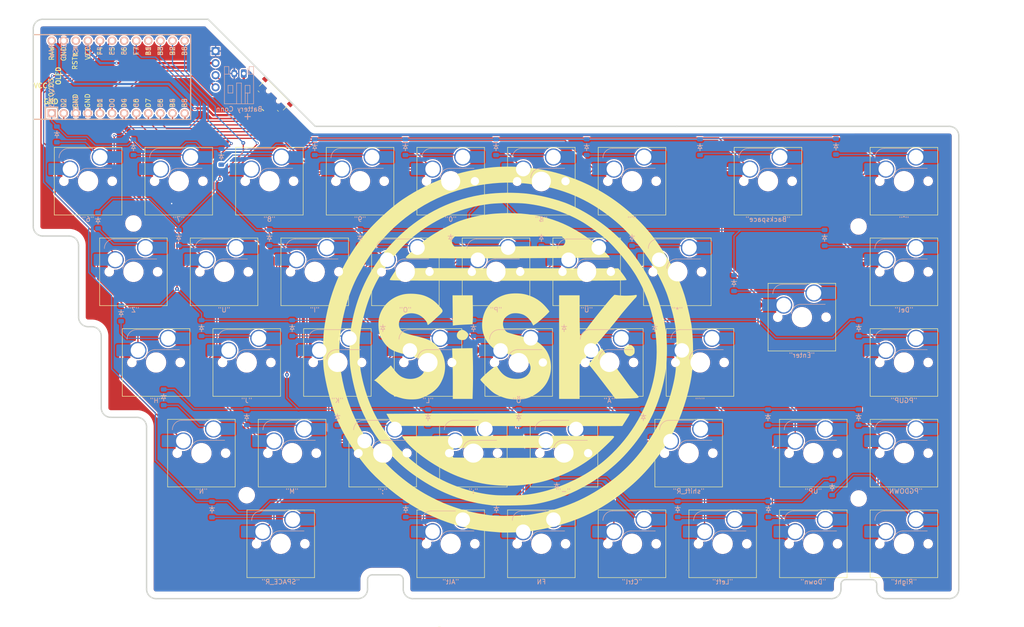
<source format=kicad_pcb>
(kicad_pcb (version 20240108) (generator "pcbnew") (generator_version "8.0")
  (layers (0 "F.Cu" signal) (31 "B.Cu" signal) (34 "B.Paste" user) (35 "F.Paste" user) (36 "B.SilkS" user "B.Silkscreen") (37 "F.SilkS" user "F.Silkscreen") (38 "B.Mask" user) (39 "F.Mask" user) (44 "Edge.Cuts" user))
  (net 0 "")
  (net 1 "Net-(D1-A)")
  (net 2 "/ROW0")
  (net 3 "Net-(D2-A)")
  (net 4 "/ROW1")
  (net 5 "Net-(D3-A)")
  (net 6 "/ROW2")
  (net 7 "Net-(D4-A)")
  (net 8 "/ROW3")
  (net 9 "/ROW4")
  (net 10 "Net-(D5-A)")
  (net 11 "Net-(D6-A)")
  (net 12 "Net-(D7-A)")
  (net 13 "Net-(D9-A)")
  (net 14 "Net-(D10-A)")
  (net 15 "Net-(D11-A)")
  (net 16 "Net-(D12-A)")
  (net 17 "Net-(D13-A)")
  (net 18 "Net-(D15-A)")
  (net 19 "Net-(D16-A)")
  (net 20 "Net-(D17-A)")
  (net 21 "Net-(D18-A)")
  (net 22 "Net-(D19-A)")
  (net 23 "Net-(D21-A)")
  (net 24 "Net-(D22-A)")
  (net 25 "Net-(D23-A)")
  (net 26 "Net-(D24-A)")
  (net 27 "Net-(D25-A)")
  (net 28 "Net-(D26-A)")
  (net 29 "Net-(D27-A)")
  (net 30 "Net-(D28-A)")
  (net 31 "Net-(D29-A)")
  (net 32 "Net-(D30-A)")
  (net 33 "Net-(D31-A)")
  (net 34 "Net-(D32-A)")
  (net 35 "Net-(D33-A)")
  (net 36 "Net-(D34-A)")
  (net 37 "Net-(D35-A)")
  (net 38 "Net-(D36-A)")
  (net 39 "Net-(D37-A)")
  (net 40 "Net-(D38-A)")
  (net 41 "Net-(D39-A)")
  (net 42 "Net-(D41-A)")
  (net 43 "Net-(D42-A)")
  (net 44 "Net-(D43-A)")
  (net 45 "Net-(D44-A)")
  (net 46 "Net-(J1-SCL)")
  (net 47 "Net-(J1-SDA)")
  (net 48 "+3.3V")
  (net 49 "Net-(SW-ONOFF-01-A)")
  (net 51 "/COL0")
  (net 52 "/COL1")
  (net 53 "/COL2")
  (net 54 "/COL3")
  (net 55 "/COL4")
  (net 56 "/COL5")
  (net 57 "/COL6")
  (net 58 "/COL7")
  (net 59 "/COL8")
  (net 61 "Net-(D8-A)")
  (net 62 "GND")
  (net 63 "VCC")
  (footprint "ScottoKeebs_Hotswap:Hotswap_MX_Plated_1.00u" (layer "F.Cu") (at 185.7975 141.215)
    (property "Reference" "SW39" (hide yes))
    (property "Value" "\"Left\"")
  )
  (footprint "ScottoKeebs_Hotswap:Hotswap_MX_Plated_ISOEnter" (layer "F.Cu") (at 202.4475 93.59)
    (property "Reference" "SW17" (hide yes))
    (property "Value" "\"Enter\"")
  )
  (footprint "ScottoKeebs_Components:OLED_128x32" (layer "F.Cu") (at 80.835 47.465 180)
    (property "Reference" "J1" (hide yes))
    (property "Value" "OLED_128x32" (hide yes))
  )
  (footprint "ScottoKeebs_Hotswap:Hotswap_MX_Plated_1.75u" (layer "F.Cu") (at 178.65375 122.165)
    (property "Reference" "SW32" (hide yes))
    (property "Value" "\"shift_R\"")
  )
  (footprint "ScottoKeebs_Hotswap:Hotswap_MX_Plated_1.00u" (layer "F.Cu") (at 223.8975 65.015)
    (property "Reference" "SW9" (hide yes))
    (property "Value" "\"^\"")
  )
  (footprint "ScottoKeebs_Hotswap:Hotswap_MX_Plated_1.00u" (layer "F.Cu") (at 66.735 103.115)
    (property "Reference" "SW19" (hide yes))
    (property "Value" "\"H\"")
  )
  (footprint "ScottoKeebs_Hotswap:Hotswap_MX_Plated_1.00u" (layer "F.Cu") (at 114.36 122.165)
    (property "Reference" "SW29" (hide yes))
    (property "Value" "\";\"")
  )
  (footprint "ScottoKeebs_Hotswap:Hotswap_MX_Plated_1.00u" (layer "F.Cu") (at 223.8975 84.065)
    (property "Reference" "SW18" (hide yes))
    (property "Value" "\"Del\"")
  )
  (footprint "MountingHole:MountingHole_3.2mm_M3_ISO7380" (layer "F.Cu") (at 214.35375 74.54)
    (property "Reference" "REF**" (hide yes))
    (property "Value" "MountingHole_3.2mm_M3_ISO7380")
  )
  (footprint "ScottoKeebs_Hotswap:Hotswap_MX_Plated_2.00u" (layer "F.Cu") (at 195.3225 65.015)
    (property "Reference" "SW8" (hide yes))
    (property "Value" "\"Backspace\"")
  )
  (footprint "ScottoKeebs_Hotswap:Hotswap_MX_Plated_2.75u" (layer "F.Cu") (at 92.92875 141.215)
    (property "Reference" "SW35" (hide yes))
    (property "Value" "\"SPACE_R\"")
  )
  (footprint "ScottoKeebs_MCU:Arduino_Pro_Micro" (layer "F.Cu") (at 58.76 43.115 90)
    (property "Reference" "U1" (hide yes))
    (property "Value" "Nice_Nano_V2" (hide yes))
  )
  (footprint "ScottoKeebs_Hotswap:Hotswap_MX_Plated_1.00u" (layer "F.Cu") (at 147.6975 141.215)
    (property "Reference" "SW37" (hide yes))
    (property "Value" "FN")
  )
  (footprint "ScottoKeebs_Hotswap:Hotswap_MX_Plated_1.00u" (layer "F.Cu") (at 123.885 103.115)
    (property "Reference" "SW22" (hide yes))
    (property "Value" "\"L\"")
  )
  (footprint "ScottoKeebs_Hotswap:Hotswap_MX_Plated_1.00u" (layer "F.Cu") (at 223.8975 103.115)
    (property "Reference" "SW26" (hide yes))
    (property "Value" "\"PGUP\"")
  )
  (footprint "ScottoKeebs_Hotswap:Hotswap_MX_Plated_1.00u" (layer "F.Cu") (at 128.6475 65.015)
    (property "Reference" "SW5" (hide yes))
    (property "Value" "\"0\"")
  )
  (footprint "ScottoKeebs_Hotswap:Hotswap_MX_Plated_1.00u" (layer "F.Cu") (at 100.0725 84.065)
    (property "Reference" "SW12" (hide yes))
    (property "Value" "\"I\"")
  )
  (footprint "ScottoKeebs_Hotswap:Hotswap_MX_Plated_1.00u" (layer "F.Cu") (at 152.46 122.165)
    (property "Reference" "SW31" (hide yes))
    (property "Value" "\"-\"")
  )
  (footprint "ScottoKeebs_Hotswap:Hotswap_MX_Plated_1.00u" (layer "F.Cu") (at 128.6475 141.215)
    (property "Reference" "SW36" (hide yes))
    (property "Value" "\"Alt\"")
  )
  (footprint "ScottoKeebs_Hotswap:Hotswap_MX_Plated_1.00u" (layer "F.Cu") (at 52.4475 65.015)
    (property "Reference" "SW1" (hide yes))
    (property "Value" "\"6\"")
  )
  (footprint "ScottoKeebs_Hotswap:Hotswap_MX_Plated_1.00u" (layer "F.Cu") (at 95.31 122.165)
    (property "Reference" "SW28" (hide yes))
    (property "Value" "\"M\"")
  )
  (footprint "ScottoKeebs_Hotswap:Hotswap_MX_Plated_1.00u" (layer "F.Cu") (at 85.785 103.115)
    (property "Reference" "SW20" (hide yes))
    (property "Value" "\"J\"")
  )
  (footprint "ScottoKeebs_Hotswap:Hotswap_MX_Plated_1.00u" (layer "F.Cu") (at 223.8975 141.215)
    (property "Reference" "SW41" (hide yes))
    (property "Value" "\"Right\"")
  )
  (footprint "MountingHole:MountingHole_3.2mm_M3_ISO7380" (layer "F.Cu") (at 61.9725 73.9)
    (property "Reference" "REF**" (hide yes))
    (property "Value" "MountingHole_3.2mm_M3_ISO7380")
  )
  (footprint "ScottoKeebs_Hotswap:Hotswap_MX_Plated_1.00u" (layer "F.Cu") (at 181.035 103.115)
    (property "Reference" "SW25" (hide yes))
    (property "Value" "\"'\"")
  )
  (footprint "ScottoKeebs_Hotswap:Hotswap_MX_Plated_1.00u" (layer "F.Cu") (at 147.6975 65.015)
    (property "Reference" "SW6" (hide yes))
    (property "Value" "\"ß\"")
  )
  (footprint "ScottoKeebs_Hotswap:Hotswap_MX_Plated_1.00u" (layer "F.Cu") (at 138.1725 84.065)
    (property "Reference" "SW14" (hide yes))
    (property "Value" "\"P\"")
  )
  (footprint "ScottoKeebs_Hotswap:Hotswap_MX_Plated_1.00u" (layer "F.Cu") (at 61.9725 84.065)
    (property "Reference" "SW10" (hide yes))
    (property "Value" "\"Z\"")
  )
  (footprint "ScottoKeebs_Hotswap:Hotswap_MX_Plated_1.00u" (layer "F.Cu") (at 133.41 122.165)
    (property "Reference" "SW30" (hide yes))
    (property "Value" "\":\"")
  )
  (footprint "ScottoKeebs_Hotswap:Hotswap_MX_Plated_1.00u" (layer "F.Cu") (at 161.985 103.115)
    (property "Reference" "SW24" (hide yes))
    (property "Value" "\"Ä\"")
  )
  (footprint "ScottoKeebs_Hotswap:Hotswap_MX_Plated_1.00u" (layer "F.Cu") (at 204.8475 122.165)
    (property "Reference" "SW33" (hide yes))
    (property "Value" "\"UP\"")
  )
  (footprint "MountingHole:MountingHole_3.2mm_M3_ISO7380" (layer "F.Cu") (at 85.785 131)
    (property "Reference" "REF**" (hide yes))
    (property "Value" "MountingHole_3.2mm_M3_ISO7380")
  )
  (footprint "MountingHole:MountingHole_3.2mm_M3_ISO7380" (layer "F.Cu") (at 214.3725 131.69)
    (property "Reference" "REF**" (hide yes))
    (property "Value" "MountingHole_3.2mm_M3_ISO7380")
  )
  (footprint "ScottoKeebs_Hotswap:Hotswap_MX_Plated_1.00u" (layer "F.Cu") (at 109.5975 65.015)
    (property "Reference" "SW4" (hide yes))
    (property "Value" "\"9\"")
  )
  (footprint "ScottoKeebs_Hotswap:Hotswap_MX_Plated_1.00u" (layer "F.Cu") (at 81.0225 84.065)
    (property "Reference" "SW11" (hide yes))
    (property "Value" "\"U\"")
  )
  (footprint "ScottoKeebs_Hotswap:Hotswap_MX_Plated_1.00u" (layer "F.Cu") (at 71.4975 65.015)
    (property "Reference" "SW2" (hide yes))
    (property "Value" "\"7\"")
  )
  (footprint "ScottoKeebs_Hotswap:Hotswap_MX_Plated_1.00u" (layer "F.Cu") (at 76.26 122.165)
    (property "Reference" "SW27" (hide yes))
    (property "Value" "\"N\"")
  )
  (footprint "ScottoKeebs_Hotswap:Hotswap_MX_Plated_1.00u" (layer "F.Cu") (at 90.5475 65.015)
    (property "Reference" "SW3" (hide yes))
    (property "Value" "\"8\"")
  )
  (footprint "ScottoKeebs_Hotswap:Hotswap_MX_Plated_1.00u" (layer "F.Cu") (at 166.7475 65.015)
    (property "Reference" "SW7" (hide yes))
    (property "Value" "\"`\"")
  )
  (footprint "ScottoKeebs_Components:Switch_MSK12C02" (layer "F.Cu") (at 91.4 47.095 -45)
    (property "Reference" "SW-ONOFF-01" (hide yes))
    (property "Value" "~")
  )
  (footprint "ScottoKeebs_Hotswap:Hotswap_MX_Plated_1.00u" (layer "F.Cu") (at 104.835 103.115)
    (property "Reference" "SW21" (hide yes))
    (property "Value" "\"K\"")
  )
  (footprint "ScottoKeebs_Hotswap:Hotswap_MX_Plated_1.00u" (layer "F.Cu") (at 119.1225 84.065)
    (property "Reference" "SW13" (hide yes))
    (property "Value" "\"O\"")
  )
  (footprint "ScottoKeebs_Hotswap:Hotswap_MX_Plated_1.00u" (layer "F.Cu") (at 166.7475 141.215)
    (property "Reference" "SW38" (hide yes))
    (property "Value" "\"Ctrl\"")
  )
  (footprint "ScottoKeebs_Hotswap:Hotswap_MX_Plated_1.00u" (layer "F.Cu") (at 204.8475 141.215)
    (property "Reference" "SW40" (hide yes))
    (property "Value" "\"Down\"")
  )
  (footprint "ScottoKeebs_Hotswap:Hotswap_MX_Plated_1.00u" (layer "F.Cu") (at 157.2225 84.065)
    (property "Reference" "SW15" (hide yes))
    (property "Value" "\"Ü\"")
  )
  (footprint "ScottoKeebs_Hotswap:Hotswap_MX_Plated_1.00u" (layer "F.Cu") (at 142.935 103.115)
    (property "Reference" "SW23" (hide yes))
    (property "Value" "\"Ö\"")
  )
  (footprint "ScottoKeebs_Hotswap:Hotswap_MX_Plated_1.00u" (layer "F.Cu") (at 223.8975 122.165)
    (property "Reference" "SW34" (hide yes))
    (property "Value" "\"PGDOWN\"")
  )
  (footprint "ScottoKeebs_Hotswap:Hotswap_MX_Plated_1.00u" (layer "F.Cu") (at 176.2725 84.065)
    (property "Reference" "SW16" (hide yes))
    (property "Value" "\"*\"")
  )
  (footprint "ScottoKeebs_Components:Diode_SOD-123" (layer "B.Cu") (at 85.785 114.64 -90)
    (property "Reference" "D39" (hide yes))
    (property "Value" "D")
  )
  (footprint "ScottoKeebs_Components:Diode_SOD-123" (layer "B.Cu") (at 123.885 114.64 -90)
    (property "Reference" "D29" (hide yes))
    (property "Value" "D")
  )
  (footprint "ScottoKeebs_Components:Diode_SOD-123" (layer "B.Cu") (at 119.1225 57.87125 -90)
    (property "Reference" "D21" (hide yes))
    (property "Value" "D")
  )
  (footprint "ScottoKeebs_Components:Diode_SOD-123" (layer "B.Cu") (at 71.4975 76.92125 -90)
    (property "Reference" "D37" (hide yes))
    (property "Value" "D")
  )
  (footprint "ScottoKeebs_Components:Diode_SOD-123" (layer "B.Cu") (at 133.435 95.89 -90)
    (property "Reference" "D23" (hide yes))
    (property "Value" "D")
  )
  (footprint "ScottoKeebs_Components:Diode_SOD-123" (layer "B.Cu") (at 104.835 114.64 -90)
    (property "Reference" "D34" (hide yes))
    (property "Value" "D")
  )
  (footprint "ScottoKeebs_Components:Diode_SOD-123" (layer "B.Cu") (at 214.3725 114.64 -90)
    (property "Reference" "D4" (hide yes))
    (property "Value" "D")
  )
  (footprint "ScottoKeebs_Components:Diode_SOD-123" (layer "B.Cu") (at 76.285 95.89 -90)
    (property "Reference" "D38" (hide yes))
    (property "Value" "D")
  )
  (footprint "ScottoKeebs_Components:Diode_SOD-123" (layer "B.Cu") (at 45.885 55.19 -90)
    (property "Reference" "D41" (hide yes))
    (property "Value" "D")
  )
  (footprint "ScottoKeebs_Components:Diode_SOD-123" (layer "B.Cu") (at 119.20375 133.94 -90)
    (property "Reference" "D35" (hide yes))
    (property "Value" "D")
  )
  (footprint "ScottoKeebs_Components:Diode_SOD-123" (layer "B.Cu") (at 152.485 95.89 -90)
    (property "Reference" "D18" (hide yes))
    (property "Value" "D")
  )
  (footprint "ScottoKeebs_Components:Diode_SOD-123" (layer "B.Cu") (at 176.35375 133.94 -90)
    (property "Reference" "D15" (hide yes))
    (property "Value" "D")
  )
  (footprint "ScottoKeebs_Components:Diode_SOD-123" (layer "B.Cu") (at 138.25375 133.94 -90)
    (property "Reference" "D30" (hide yes))
    (property "Value" "D")
  )
  (footprint "Connector_JST:JST_PH_S2B-PH-K_1x02_P2.00mm_Horizontal" (layer "B.Cu") (at 85.16 42.39 180)
    (property "Reference" "J2" (hide yes))
    (property "Value" "Battery Conn")
  )
  (footprint "ScottoKeebs_Components:Diode_SOD-123" (layer "B.Cu") (at 80.435 59.89 -90)
    (property "Reference" "D31" (hide yes))
    (property "Value" "D")
  )
  (footprint "ScottoKeebs_Components:Diode_SOD-123" (layer "B.Cu") (at 78.485 134.015 -90)
    (property "Reference" "D8" (hide yes))
    (property "Value" "D")
  )
  (footprint "ScottoKeebs_Components:Diode_SOD-123" (layer "B.Cu") (at 195.40375 133.94 -90)
    (property "Reference" "D10" (hide yes))
    (property "Value" "D")
  )
  (footprint "ScottoKeebs_Components:Diode_SOD-123" (layer "B.Cu") (at 150.935 129.065 -90)
    (property "Reference" "D25" (hide yes))
    (property "Value" "D")
  )
  (footprint "ScottoKeebs_Components:Diode_SOD-123" (layer "B.Cu") (at 109.5975 76.92125 -90)
    (property "Reference" "D27" (hide yes))
    (property "Value" "D")
  )
  (footprint "ScottoKeebs_Components:Diode_SOD-123" (layer "B.Cu") (at 181.035 57.87125 -90)
    (property "Reference" "D6" (hide yes))
    (property "Value" "D")
  )
  (footprint "ScottoKeebs_Components:Diode_SOD-123" (layer "B.Cu") (at 95.335 95.89 -90)
    (property "Reference" "D33" (hide yes))
    (property "Value" "D")
  )
  (footprint "ScottoKeebs_Components:Diode_SOD-123" (layer "B.Cu") (at 142.935 114.64 -90)
    (property "Reference" "D24" (hide yes))
    (property "Value" "D")
  )
  (footprint "ScottoKeebs_Components:Diode_SOD-123" (layer "B.Cu") (at 209.61 57.74 -90)
    (property "Reference" "D1" (hide yes))
    (property "Value" "D")
  )
  (footprint "ScottoKeebs_Components:Diode_SOD-123" (layer "B.Cu") (at 188.17875 86.44625 -90)
    (property "Reference" "D7" (hide yes))
    (property "Value" "D")
  )
  (footprint "ScottoKeebs_Components:Diode_SOD-123" (layer "B.Cu") (at 138.1725 57.87125 -90)
    (property "Reference" "D16" (hide yes))
    (property "Value" "D")
  )
  (footprint "ScottoKeebs_Components:Diode_SOD-123" (layer "B.Cu") (at 114.385 95.89 -90)
    (property "Reference" "D28" (hide yes))
    (property "Value" "D")
  )
  (footprint "ScottoKeebs_Components:Diode_SOD-123" (layer "B.Cu") (at 128.6475 76.92125 -90)
    (property "Reference" "D22" (hide yes))
    (property "Value" "D")
  )
  (footprint "ScottoKeebs_Components:Diode_SOD-123" (layer "B.Cu") (at 147.6975 76.92125 -90)
    (property "Reference" "D17" (hide yes))
    (property "Value" "D")
  )
  (footprint "ScottoKeebs_Components:Diode_SOD-123" (layer "B.Cu") (at 59.385 92.79 -90)
    (property "Reference" "D43" (hide yes))
    (property "Value" "D")
  )
  (footprint "ScottoKeebs_Components:Diode_SOD-123" (layer "B.Cu") (at 207.22875 76.92125 -90)
    (property "Reference" "D2" (hide yes))
    (property "Value" "D")
  )
  (footprint "ScottoKeebs_Components:Diode_SOD-123" (layer "B.Cu") (at 157.2225 57.87125 -90)
    (property "Reference" "D11" (hide yes))
    (property "Value" "D")
  )
  (footprint "ScottoKeebs_Components:Diode_SOD-123" (layer "B.Cu") (at 166.7475 76.92125 -90)
    (property "Reference" "D12" (hide yes))
    (property "Value" "D")
  )
  (footprint "ScottoKeebs_Components:Diode_SOD-123" (layer "B.Cu") (at 169.12875 114.64 -90)
    (property "Reference" "D19" (hide yes))
    (property "Value" "D")
  )
  (footprint "ScottoKeebs_Components:Diode_SOD-123" (layer "B.Cu") (at 195.3225 114.64 -90)
    (property "Reference" "D9" (hide yes))
    (property "Value" "D")
  )
  (footprint "ScottoKeebs_Components:Diode_SOD-123" (layer "B.Cu") (at 171.535 95.89 -90)
    (property "Reference" "D13" (hide yes))
    (property "Value" "D")
  )
  (footprint "ScottoKeebs_Components:Diode_SOD-123" (layer "B.Cu") (at 100.0725 57.87125 -90)
    (property "Reference" "D26" (hide yes))
    (property "Value" "D")
  )
  (footprint "ScottoKeebs_Components:Diode_SOD-123" (layer "B.Cu") (at 90.5475 76.92125 -90)
    (property "Reference" "D32" (hide yes))
    (property "Value" "D")
  )
  (footprint "ScottoKeebs_Components:Diode_SOD-123" (layer "B.Cu") (at 68.335 110.44 -90)
    (property "Reference" "D44" (hide yes))
    (property "Value" "D")
  )
  (footprint "ScottoKeebs_Components:Diode_SOD-123" (layer "B.Cu") (at 214.3975 95.89 -90)
    (property "Reference" "D3" (hide yes))
    (property "Value" "D")
  )
  (footprint "ScottoKeebs_Components:Diode_SOD-123" (layer "B.Cu") (at 208.81 129.34 -90)
    (property "Reference" "D5" (hide yes))
    (property "Value" "D")
  )
  (footprint "ScottoKeebs_Components:Diode_SOD-123" (layer "B.Cu") (at 61.9725 57.87125 -90)
    (property "Reference" "D36" (hide yes))
    (property "Value" "D")
  )
  (footprint "ScottoKeebs_Components:Diode_SOD-123" (layer "B.Cu") (at 54.535 73.29 -90)
    (property "Reference" "D42" (hide yes))
    (property "Value" "D")
  )
  (gr_poly (pts (xy 166.451491 99.444118) (xy 166.500311 99.44905) (xy 166.523567 99.45289) (xy 166.546184 99.457692) (xy 166.568263 99.463489) (xy 166.589903 99.470317) (xy 166.611204 99.478207) (xy 166.632264 99.487196) (xy 166.653183 99.497316) (xy 166.67406 99.508603) (xy 166.716086 99.534808) (xy 166.759137 99.566086) (xy 166.804006 99.602707) (xy 166.851489 99.644945) (xy 166.902379 99.693071) (xy 166.957471 99.747357) (xy 167.009618 99.800589) (xy 167.056412 99.850941) (xy 167.098127 99.899137) (xy 167.135038 99.9459) (xy 167.167419 99.991954) (xy 167.181997 100.014941) (xy 167.195545 100.038021) (xy 167.208098 100.061286) (xy 167.21969 100.084826) (xy 167.230355 100.108731) (xy 167.240128 100.133092) (xy 167.249042 100.157999) (xy 167.257133 100.183542) (xy 167.264435 100.209812) (xy 167.270981 100.236899) (xy 167.281946 100.293888) (xy 167.290302 100.35523) (xy 167.296323 100.421651) (xy 167.300284 100.493873) (xy 167.302459 100.572619) (xy 167.303123 100.658614) (xy 167.302542 100.746596) (xy 167.300589 100.826415) (xy 167.296953 100.898841) (xy 167.29132 100.964643) (xy 167.283379 101.02459) (xy 167.272816 101.079454) (xy 167.259319 101.130003) (xy 167.242575 101.177007) (xy 167.222273 101.221235) (xy 167.198098 101.263458) (xy 167.16974 101.304445) (xy 167.136884 101.344966) (xy 167.09922 101.38579) (xy 167.056433 101.427688) (xy 167.008212 101.471428) (xy 166.954243 101.517781) (xy 166.882243 101.575869) (xy 166.812256 101.627017) (xy 166.743761 101.67128) (xy 166.709909 101.690847) (xy 166.676233 101.708713) (xy 166.64267 101.724886) (xy 166.609152 101.739372) (xy 166.575616 101.752179) (xy 166.541995 101.763312) (xy 166.508225 101.77278) (xy 166.47424 101.780589) (xy 166.439974 101.786746) (xy 166.405363 101.791258) (xy 166.370341 101.794132) (xy 166.334843 101.795375) (xy 166.298803 101.794993) (xy 166.262157 101.792994) (xy 166.224839 101.789385) (xy 166.186783 101.784172) (xy 166.147925 101.777363) (xy 166.108199 101.768963) (xy 166.025882 101.747424) (xy 165.939309 101.719609) (xy 165.847959 101.685574) (xy 165.751309 101.645374) (xy 165.714532 101.62831) (xy 165.678229 101.609351) (xy 165.642447 101.588567) (xy 165.607231 101.566031) (xy 165.572625 101.541814) (xy 165.538676 101.515988) (xy 165.505429 101.488624) (xy 165.47293 101.459795) (xy 165.441223 101.429572) (xy 165.410354 101.398027) (xy 165.380369 101.365232) (xy 165.351314 101.331258) (xy 165.323232 101.296177) (xy 165.296171 101.260061) (xy 165.24529 101.185011) (xy 165.199033 101.10668) (xy 165.157765 101.025644) (xy 165.139116 100.984291) (xy 165.121849 100.942476) (xy 165.106012 100.900272) (xy 165.091648 100.85775) (xy 165.078805 100.814982) (xy 165.067526 100.77204) (xy 165.057858 100.728995) (xy 165.049846 100.685919) (xy 165.043535 100.642885) (xy 165.038972 100.599962) (xy 165.0362 100.557225) (xy 165.035266 100.514743) (xy 165.03684 100.47175) (xy 165.041497 100.428494) (xy 165.04914 100.385067) (xy 165.059673 100.341561) (xy 165.072999 100.298068) (xy 165.089022 100.25468) (xy 165.107644 100.211489) (xy 165.128769 100.168589) (xy 165.152301 100.126071) (xy 165.178143 100.084026) (xy 165.206197 100.042548) (xy 165.236369 100.001728) (xy 165.268559 99.961659) (xy 165.302673 99.922433) (xy 165.338614 99.884142) (xy 165.376284 99.846879) (xy 165.456427 99.775801) (xy 165.542329 99.70994) (xy 165.587198 99.679195) (xy 165.633216 99.65003) (xy 165.680288 99.622538) (xy 165.728316 99.596811) (xy 165.777204 99.572941) (xy 165.826855 99.55102) (xy 165.877173 99.53114) (xy 165.92806 99.513393) (xy 165.97942 99.497872) (xy 166.031157 99.484669) (xy 166.083173 99.473876) (xy 166.135373 99.465586) (xy 166.210847 99.456049) (xy 166.279401 99.448862) (xy 166.34183 99.444297) (xy 166.398929 99.442624)) (stroke (width -0.000001)) (fill solid) (layer "F.SilkS"))
  (gr_poly (pts (xy 160.387381 100.14595) (xy 160.394248 100.149962) (xy 160.402451 100.155967) (xy 160.422701 100.173754) (xy 160.447806 100.19891) (xy 160.477442 100.231031) (xy 160.511285 100.269715) (xy 160.549011 100.31456) (xy 160.590297 100.365164) (xy 160.634817 100.421123) (xy 160.682248 100.482035) (xy 160.784547 100.61711) (xy 160.894602 100.767169) (xy 161.00982 100.928992) (xy 161.39104 101.458132) (xy 162.009897 102.301613) (xy 162.780804 103.343338) (xy 163.618176 104.467208) (xy 165.217179 106.616763) (xy 166.19496 107.950807) (xy 166.317844 108.118844) (xy 166.46213 108.307909) (xy 166.622539 108.511556) (xy 166.793794 108.723338) (xy 166.970617 108.936807) (xy 167.147729 109.145516) (xy 167.319853 109.343017) (xy 167.481711 109.522864) (xy 167.691427 109.754179) (xy 167.855767 109.942822) (xy 167.921987 110.022858) (xy 167.978141 110.094285) (xy 168.024658 110.15779) (xy 168.061962 110.21406) (xy 168.09048 110.263782) (xy 168.110639 110.307641) (xy 168.122865 110.346325) (xy 168.127584 110.38052) (xy 168.127263 110.396149) (xy 168.125224 110.410914) (xy 168.121522 110.424899) (xy 168.116209 110.438191) (xy 168.100968 110.463039) (xy 168.079925 110.486145) (xy 168.067881 110.495717) (xy 168.052276 110.505017) (xy 168.033043 110.514051) (xy 168.010112 110.522825) (xy 167.952889 110.539613) (xy 167.880061 110.555423) (xy 167.791084 110.570301) (xy 167.685413 110.584288) (xy 167.562502 110.597428) (xy 167.421807 110.609765) (xy 167.262782 110.621343) (xy 167.084883 110.632204) (xy 166.670284 110.651952) (xy 166.173648 110.669356) (xy 165.590616 110.684764) (xy 163.254451 110.73884) (xy 162.132133 109.258377) (xy 160.57024 107.209837) (xy 159.279653 105.540858) (xy 158.33668 104.349168) (xy 158.019393 103.962846) (xy 157.817624 103.732492) (xy 157.434526 103.329088) (xy 157.816887 103.146752) (xy 157.864009 103.122509) (xy 157.911012 103.094791) (xy 157.957869 103.063628) (xy 158.004552 103.029049) (xy 158.051033 102.991085) (xy 158.097285 102.949766) (xy 158.143279 102.905122) (xy 158.18899 102.857183) (xy 158.234388 102.805979) (xy 158.279446 102.75154) (xy 158.324137 102.693896) (xy 158.368433 102.633078) (xy 158.412306 102.569115) (xy 158.455729 102.502038) (xy 158.498675 102.431877) (xy 158.541115 102.358661) (xy 158.607808 102.249134) (xy 158.696038 102.117522) (xy 158.924147 101.803667) (xy 159.199516 101.448358) (xy 159.496217 101.082855) (xy 159.788324 100.738418) (xy 160.04991 100.446307) (xy 160.161156 100.329643) (xy 160.255049 100.237783) (xy 160.328348 100.174635) (xy 160.377814 100.144106) (xy 160.381889 100.143981)) (stroke (width -0.000001)) (fill solid) (layer "F.SilkS"))
  (gr_poly (pts (xy 142.048904 71.745022) (xy 143.455063 71.819308) (xy 144.820802 71.949392) (xy 146.149338 72.136504) (xy 147.443886 72.381873) (xy 148.707663 72.686728) (xy 149.943886 73.052297) (xy 151.15577 73.479811) (xy 152.346532 73.970498) (xy 153.519388 74.525588) (xy 154.677555 75.146309) (xy 155.824248 75.83389) (xy 156.962685 76.589562) (xy 158.09608 77.414552) (xy 159.227652 78.310091) (xy 160.360615 79.277406) (xy 160.837757 79.703491) (xy 161.225864 80.059787) (xy 161.530575 80.35249) (xy 161.65342 80.47693) (xy 161.75753 80.587794) (xy 161.84361 80.685858) (xy 161.912366 80.771894) (xy 161.964502 80.846678) (xy 162.000723 80.910984) (xy 162.021734 80.965586) (xy 162.02824 81.011259) (xy 162.026273 81.030988) (xy 162.020944 81.048776) (xy 162.012342 81.064719) (xy 162.000554 81.078913) (xy 140.8541 81.2221) (xy 119.508035 81.213669) (xy 119.508035 81.213667) (xy 119.484452 81.206915) (xy 119.460584 81.199461) (xy 119.412654 81.182756) (xy 119.365556 81.164164) (xy 119.320601 81.144298) (xy 119.279099 81.12377) (xy 119.260054 81.113449) (xy 119.242363 81.103193) (xy 119.226191 81.093077) (xy 119.211701 81.083178) (xy 119.199058 81.073574) (xy 119.188426 81.06434) (xy 119.187013 81.048444) (xy 119.201442 81.019284) (xy 119.274801 80.923914) (xy 119.402453 80.783719) (xy 119.578348 80.604188) (xy 120.050671 80.149071) (xy 120.643371 79.602472) (xy 121.308052 79.0083) (xy 121.996316 78.410463) (xy 122.659764 77.852873) (xy 123.055113 77.535758) (xy 128.875184 77.535758) (xy 128.876375 77.590941) (xy 128.880441 77.650993) (xy 128.88712 77.716656) (xy 128.896149 77.788671) (xy 128.903683 77.836795) (xy 128.913477 77.886199) (xy 128.925374 77.936516) (xy 128.939219 77.987378) (xy 128.954856 78.038416) (xy 128.972128 78.089263) (xy 128.990879 78.139552) (xy 129.010954 78.188913) (xy 129.032197 78.236979) (xy 129.05445 78.283383) (xy 129.07756 78.327757) (xy 129.101368 78.369731) (xy 129.12572 78.40894) (xy 129.150459 78.445014) (xy 129.175429 78.477587) (xy 129.200475 78.506289) (xy 129.443204 78.764664) (xy 140.740535 78.714477) (xy 149.191963 78.647624) (xy 151.425567 78.601944) (xy 152.01867 78.57641) (xy 152.252861 78.549219) (xy 152.26409 78.542821) (xy 152.275591 78.535514) (xy 152.29931 78.518302) (xy 152.323826 78.497836) (xy 152.348946 78.474374) (xy 152.374479 78.448168) (xy 152.400231 78.419475) (xy 152.426012 78.38855) (xy 152.451629 78.355647) (xy 152.47689 78.321021) (xy 152.501603 78.284928) (xy 152.525575 78.247623) (xy 152.548614 78.20936) (xy 152.570529 78.170394) (xy 152.591127 78.130981) (xy 152.610216 78.091375) (xy 152.627604 78.051832) (xy 152.660397 77.965991) (xy 152.68603 77.882418) (xy 152.704466 77.800986) (xy 152.710973 77.761034) (xy 152.715667 77.72157) (xy 152.718542 77.682579) (xy 152.719594 77.644044) (xy 152.718818 77.605949) (xy 152.716209 77.56828) (xy 152.711762 77.531019) (xy 152.705473 77.494152) (xy 152.697337 77.457663) (xy 152.687348 77.421535) (xy 152.675503 77.385753) (xy 152.661796 77.350302) (xy 152.646223 77.315165) (xy 152.628779 77.280326) (xy 152.609459 77.24577) (xy 152.588257 77.211481) (xy 152.565171 77.177444) (xy 152.540194 77.143642) (xy 152.484549 77.07668) (xy 152.421286 77.010471) (xy 152.350365 76.944888) (xy 152.271748 76.879804) (xy 151.964506 76.63813) (xy 129.525856 76.63813) (xy 129.180205 76.983785) (xy 129.12652 77.038307) (xy 129.078845 77.088809) (xy 129.036919 77.136034) (xy 129.000482 77.180721) (xy 128.984239 77.202344) (xy 128.969271 77.223611) (xy 128.955544 77.244614) (xy 128.943025 77.265446) (xy 128.931683 77.286199) (xy 128.921484 77.306965) (xy 128.912395 77.327838) (xy 128.904384 77.34891) (xy 128.897419 77.370273) (xy 128.891466 77.392021) (xy 128.886493 77.414245) (xy 128.882468 77.437038) (xy 128.879356 77.460494) (xy 128.877127 77.484704) (xy 128.875747 77.509761) (xy 128.875184 77.535758) (xy 123.055113 77.535758) (xy 123.250001 77.379436) (xy 123.60103 77.11686) (xy 123.990963 76.842496) (xy 124.867126 76.269547) (xy 125.837668 75.682879) (xy 126.861765 75.104784) (xy 127.898592 74.557553) (xy 128.907328 74.063476) (xy 129.84715 73.644846) (xy 130.27846 73.470789) (xy 130.677232 73.323952) (xy 131.253758 73.130658) (xy 131.833909 72.950166) (xy 132.418155 72.782402) (xy 133.006962 72.62729) (xy 133.600801 72.484754) (xy 134.20014 72.354719) (xy 134.805447 72.23711) (xy 135.417191 72.13185) (xy 136.03584 72.038865) (xy 136.661864 71.958078) (xy 137.295731 71.889415) (xy 137.937909 71.8328) (xy 139.249074 71.75541) (xy 140.599109 71.725306)) (stroke (width -0.000001)) (fill solid) (layer "F.SilkS"))
  (gr_poly (pts (xy 133.320431 102.729807) (xy 133.342585 103.965395) (xy 133.34999 105.383352) (xy 133.34264 106.808583) (xy 133.320534 108.065994) (xy 133.249054 110.769387) (xy 129.089731 110.769387) (xy 129.08939 107.395947) (xy 129.089383 107.395943) (xy 129.083518 105.933995) (xy 129.067848 104.447198) (xy 129.044751 103.109495) (xy 129.016605 102.094829) (xy 128.944173 100.16715) (xy 131.096509 100.132067) (xy 133.248845 100.096988)) (stroke (width -0.000001)) (fill solid) (layer "F.SilkS"))
  (gr_poly (pts (xy 124.256108 83.28425) (xy 127.523719 83.289529) (xy 150.715274 83.317876) (xy 163.893045 83.328308) (xy 164.747639 84.45676) (xy 164.919308 84.687028) (xy 165.07946 84.908774) (xy 165.22459 85.11665) (xy 165.351193 85.305307) (xy 165.455763 85.469397) (xy 165.534796 85.603571) (xy 165.563641 85.657768) (xy 165.584787 85.702481) (xy 165.597796 85.73704) (xy 165.602229 85.760777) (xy 165.594384 85.775179) (xy 165.568727 85.78878) (xy 165.522069 85.801604) (xy 165.451226 85.813673) (xy 165.224239 85.835636) (xy 164.862276 85.854848) (xy 164.339847 85.871491) (xy 163.631464 85.885743) (xy 161.554877 85.907795) (xy 158.428601 85.922443) (xy 154.048722 85.931124) (xy 140.712501 85.936344) (xy 120.109075 85.907805) (xy 116.652329 85.857632) (xy 115.999906 85.81934) (xy 115.822768 85.770633) (xy 115.825936 85.75047) (xy 115.835217 85.721904) (xy 115.870784 85.641615) (xy 115.926803 85.533863) (xy 116.000604 85.402747) (xy 116.190885 85.08681) (xy 116.420284 84.726585) (xy 116.667458 84.354851) (xy 116.911064 84.004388) (xy 117.129759 83.707977) (xy 117.223095 83.590284) (xy 117.302199 83.498397) (xy 117.321513 83.47806) (xy 117.342219 83.458981) (xy 117.353656 83.449902) (xy 117.366115 83.441124) (xy 117.37982 83.432642) (xy 117.394997 83.424451) (xy 117.411869 83.416548) (xy 117.430662 83.408927) (xy 117.4516 83.401583) (xy 117.474908 83.394513) (xy 117.500809 83.387712) (xy 117.52953 83.381174) (xy 117.561295 83.374896) (xy 117.596327 83.368873) (xy 117.634852 83.3631) (xy 117.677095 83.357573) (xy 117.77363 83.347238) (xy 117.887731 83.33783) (xy 118.021193 83.329313) (xy 118.175815 83.32165) (xy 118.353392 83.314805) (xy 118.555721 83.308741) (xy 118.784601 83.30342) (xy 119.041826 83.298807) (xy 119.329196 83.294865) (xy 119.648505 83.291557) (xy 120.001553 83.288846) (xy 120.390134 83.286695) (xy 120.816047 83.285068) (xy 121.787054 83.283239) (xy 122.928949 83.283064)) (stroke (width -0.000001)) (fill solid) (layer "F.SilkS"))
  (gr_poly (pts (xy 131.1453 88.997885) (xy 133.257564 88.997952) (xy 133.302349 91.067371) (xy 133.316435 91.947818) (xy 133.321681 92.815291) (xy 133.317992 93.569897) (xy 133.305272 94.111742) (xy 133.263414 95.086705) (xy 131.601798 95.160863) (xy 130.923348 95.195239) (xy 130.304401 95.234016) (xy 129.813316 95.27244) (xy 129.637086 95.290034) (xy 129.518456 95.305757) (xy 129.096732 95.376493) (xy 129.064885 92.18715) (xy 129.064883 92.18715) (xy 129.033037 88.997805)) (stroke (width -0.000001)) (fill solid) (layer "F.SilkS"))
  (gr_poly (pts (xy 142.523297 88.594307) (xy 142.835763 88.604834) (xy 143.144999 88.624798) (xy 143.448865 88.654222) (xy 143.745223 88.693132) (xy 144.031933 88.741552) (xy 144.306856 88.799507) (xy 144.567851 88.86702) (xy 144.882311 88.961941) (xy 145.186425 89.064395) (xy 145.480792 89.174763) (xy 145.766011 89.293429) (xy 146.04268 89.420774) (xy 146.311398 89.557183) (xy 146.572764 89.703036) (xy 146.827375 89.858718) (xy 147.075831 90.02461) (xy 147.31873 90.201095) (xy 147.556671 90.388555) (xy 147.790252 90.587374) (xy 148.020071 90.797933) (xy 148.246728 91.020616) (xy 148.47082 91.255805) (xy 148.692947 91.503883) (xy 148.832378 91.666112) (xy 148.962454 91.820977) (xy 149.08033 91.964836) (xy 149.183157 92.094049) (xy 149.26809 92.204975) (xy 149.332281 92.293971) (xy 149.372883 92.357398) (xy 149.383449 92.378384) (xy 149.38705 92.391612) (xy 149.381354 92.411713) (xy 149.364664 92.440984) (xy 149.300676 92.524852) (xy 149.199834 92.638839) (xy 149.066889 92.778568) (xy 148.723695 93.11775) (xy 148.309096 93.507383) (xy 147.861097 93.912455) (xy 147.417701 94.297953) (xy 147.209605 94.472421) (xy 147.016913 94.628865) (xy 146.844373 94.762909) (xy 146.696736 94.870176) (xy 145.994101 95.356246) (xy 145.752379 94.882424) (xy 145.677639 94.745021) (xy 145.593592 94.607024) (xy 145.501083 94.469262) (xy 145.400952 94.33256) (xy 145.294044 94.197747) (xy 145.1812 94.065648) (xy 145.063264 93.937092) (xy 144.941079 93.812905) (xy 144.815487 93.693914) (xy 144.68733 93.580947) (xy 144.557452 93.474831) (xy 144.426696 93.376393) (xy 144.295903 93.28646) (xy 144.165918 93.205859) (xy 144.037582 93.135417) (xy 143.911738 93.075962) (xy 143.754947 93.013157) (xy 143.591467 92.95698) (xy 143.422491 92.907507) (xy 143.249206 92.864813) (xy 143.072806 92.828973) (xy 142.894479 92.800064) (xy 142.715416 92.778159) (xy 142.536809 92.763335) (xy 142.359846 92.755666) (xy 142.185719 92.755229) (xy 142.015618 92.762098) (xy 141.850733 92.776348) (xy 141.692256 92.798056) (xy 141.541375 92.827295) (xy 141.399283 92.864143) (xy 141.267169 92.908672) (xy 141.146057 92.958404) (xy 141.025975 93.014505) (xy 140.907522 93.07646) (xy 140.791299 93.143754) (xy 140.677902 93.215872) (xy 140.567933 93.292299) (xy 140.461988 93.37252) (xy 140.360668 93.45602) (xy 140.264572 93.542284) (xy 140.174297 93.630797) (xy 140.090445 93.721044) (xy 140.013612 93.812509) (xy 139.944399 93.904678) (xy 139.883404 93.997036) (xy 139.831226 94.089068) (xy 139.788464 94.180258) (xy 139.75507 94.266089) (xy 139.725859 94.353508) (xy 139.700773 94.442319) (xy 139.679758 94.532326) (xy 139.649718 94.715146) (xy 139.635291 94.9004) (xy 139.636033 95.086523) (xy 139.651498 95.271949) (xy 139.681239 95.455112) (xy 139.724812 95.634445) (xy 139.78177 95.808383) (xy 139.851667 95.975358) (xy 139.934059 96.133805) (xy 140.028499 96.282158) (xy 140.134542 96.41885) (xy 140.191775 96.482334) (xy 140.251741 96.542315) (xy 140.314385 96.598599) (xy 140.379652 96.650988) (xy 140.447485 96.699288) (xy 140.517828 96.743302) (xy 140.568255 96.768518) (xy 140.641823 96.799061) (xy 140.852674 96.874463) (xy 141.138961 96.966187) (xy 141.489264 97.070908) (xy 141.892162 97.185306) (xy 142.336234 97.306058) (xy 142.810061 97.429841) (xy 143.302221 97.553333) (xy 144.244496 97.792396) (xy 145.02385 98.010301) (xy 145.361372 98.115285) (xy 145.668891 98.219737) (xy 145.949982 98.325243) (xy 146.208222 98.433389) (xy 146.447186 98.54576) (xy 146.67045 98.663944) (xy 146.881589 98.789526) (xy 147.08418 98.92409) (xy 147.281797 99.069225) (xy 147.478017 99.226515) (xy 147.676416 99.397546) (xy 147.880568 99.583904) (xy 148.072053 99.772111) (xy 148.253269 99.96903) (xy 148.424168 100.174195) (xy 148.584704 100.38714) (xy 148.734831 100.607399) (xy 148.874501 100.834506) (xy 149.003669 101.067995) (xy 149.122287 101.3074) (xy 149.230309 101.552256) (xy 149.327689 101.802097) (xy 149.414381 102.056456) (xy 149.490336 102.314869) (xy 149.55551 102.576868) (xy 149.609855 102.841989) (xy 149.653325 103.109765) (xy 149.685873 103.379731) (xy 149.707453 103.65142) (xy 149.718018 103.924367) (xy 149.717522 104.198106) (xy 149.705918 104.472172) (xy 149.68316 104.746097) (xy 149.6492 105.019417) (xy 149.603993 105.291665) (xy 149.547492 105.562376) (xy 149.47965 105.831083) (xy 149.40042 106.097322) (xy 149.309758 106.360625) (xy 149.207614 106.620528) (xy 149.093944 106.876564) (xy 148.9687 107.128268) (xy 148.831837 107.375173) (xy 148.683307 107.616814) (xy 148.483562 107.907556) (xy 148.265859 108.19028) (xy 148.031608 108.464014) (xy 147.782219 108.727786) (xy 147.5191 108.980624) (xy 147.243662 109.221557) (xy 146.957313 109.449612) (xy 146.661465 109.663817) (xy 146.357525 109.863201) (xy 146.046904 110.046792) (xy 145.731011 110.213617) (xy 145.411257 110.362704) (xy 145.089049 110.493082) (xy 144.765798 110.603779) (xy 144.442914 110.693822) (xy 144.121806 110.762241) (xy 143.913432 110.79532) (xy 143.6909 110.82274) (xy 143.456403 110.844565) (xy 143.212129 110.860861) (xy 142.703014 110.877126) (xy 142.18108 110.872057) (xy 141.663851 110.846175) (xy 141.412477 110.825593) (xy 141.16885 110.800004) (xy 140.935161 110.769473) (xy 140.7136 110.734065) (xy 140.506358 110.693846) (xy 140.315625 110.64888) (xy 140.31562 110.64888) (xy 140.125523 110.59519) (xy 139.910945 110.52729) (xy 139.679244 110.44794) (xy 139.437779 110.359901) (xy 139.193911 110.265931) (xy 138.954996 110.168791) (xy 138.728395 110.071241) (xy 138.521466 109.976041) (xy 138.375895 109.905139) (xy 138.239307 109.835629) (xy 138.109834 109.766066) (xy 137.985611 109.69501) (xy 137.864773 109.621016) (xy 137.745453 109.542643) (xy 137.625785 109.458448) (xy 137.503904 109.366987) (xy 137.377943 109.266819) (xy 137.246038 109.156501) (xy 137.10632 109.03459) (xy 136.956926 108.899643) (xy 136.795989 108.750218) (xy 136.621642 108.584872) (xy 136.225259 108.200646) (xy 135.953572 107.931915) (xy 135.700111 107.675855) (xy 135.470425 107.438454) (xy 135.27006 107.225699) (xy 135.104564 107.043577) (xy 134.979485 106.898075) (xy 134.900369 106.795181) (xy 134.879781 106.761584) (xy 134.872764 106.740883) (xy 134.877856 106.717599) (xy 134.892803 106.686299) (xy 134.950309 106.601478) (xy 135.041365 106.490081) (xy 135.162055 106.35577) (xy 135.308462 106.202203) (xy 135.47667 106.033042) (xy 135.862821 105.66258) (xy 136.289175 105.273666) (xy 136.724401 104.895586) (xy 136.93555 104.719759) (xy 137.137166 104.557622) (xy 137.325334 104.412835) (xy 137.496137 104.28906) (xy 138.248527 103.76481) (xy 138.732502 104.495626) (xy 138.902509 104.741073) (xy 139.076389 104.96952) (xy 139.254648 105.181266) (xy 139.437792 105.376611) (xy 139.626328 105.555855) (xy 139.722775 105.639533) (xy 139.82076 105.719298) (xy 139.920345 105.795187) (xy 140.021595 105.867239) (xy 140.124572 105.93549) (xy 140.22934 105.999979) (xy 140.335962 106.060742) (xy 140.4445 106.117817) (xy 140.55502 106.171242) (xy 140.667582 106.221053) (xy 140.782252 106.267289) (xy 140.899092 106.309987) (xy 141.018165 106.349185) (xy 141.139535 106.384919) (xy 141.389419 106.446149) (xy 141.649248 106.493976) (xy 141.919529 106.528701) (xy 142.200769 106.550623) (xy 142.459178 106.558981) (xy 142.707942 106.55541) (xy 142.946996 106.539938) (xy 143.176275 106.512594) (xy 143.395714 106.473406) (xy 143.605248 106.422402) (xy 143.804811 106.359611) (xy 143.994338 106.285062) (xy 144.173764 106.198782) (xy 144.343023 106.100801) (xy 144.502051 105.991146) (xy 144.650782 105.869845) (xy 144.789151 105.736928) (xy 144.917093 105.592423) (xy 145.034542 105.436358) (xy 145.141434 105.268761) (xy 145.222963 105.116672) (xy 145.290634 104.962652) (xy 145.344505 104.807142) (xy 145.384636 104.650583) (xy 145.411086 104.493414) (xy 145.423914 104.336076) (xy 145.42318 104.17901) (xy 145.408942 104.022656) (xy 145.38126 103.867453) (xy 145.340194 103.713844) (xy 145.285802 103.562268) (xy 145.218144 103.413166) (xy 145.137278 103.266977) (xy 145.043265 103.124143) (xy 144.936163 102.985103) (xy 144.816032 102.850299) (xy 144.712051 102.745249) (xy 144.607478 102.648576) (xy 144.553957 102.602987) (xy 144.499072 102.559019) (xy 144.442417 102.516514) (xy 144.383588 102.475314) (xy 144.322178 102.435262) (xy 144.257783 102.396199) (xy 144.189997 102.357969) (xy 144.118415 102.320412) (xy 144.042631 102.283371) (xy 143.96224 102.246688) (xy 143.876836 102.210206) (xy 143.786015 102.173766) (xy 143.586498 102.100383) (xy 143.360445 102.025276) (xy 143.104613 101.947182) (xy 142.815758 101.864838) (xy 142.490639 101.776982) (xy 142.126012 101.68235) (xy 141.718633 101.579681) (xy 141.26526 101.467711) (xy 140.390075 101.247596) (xy 139.674989 101.052271) (xy 139.368782 100.96022) (xy 139.092159 100.869945) (xy 138.841638 100.77997) (xy 138.613741 100.688823) (xy 138.404986 100.595029) (xy 138.211893 100.497113) (xy 138.030982 100.393603) (xy 137.858772 100.283024) (xy 137.691783 100.163901) (xy 137.526534 100.034761) (xy 137.359545 99.894129) (xy 137.187337 99.740532) (xy 137.003009 99.564897) (xy 136.82757 99.382638) (xy 136.661067 99.194036) (xy 136.503546 98.999373) (xy 136.355056 98.79893) (xy 136.215642 98.592989) (xy 136.085353 98.381832) (xy 135.964235 98.16574) (xy 135.852335 97.944994) (xy 135.749701 97.719876) (xy 135.656379 97.490667) (xy 135.572416 97.25765) (xy 135.49786 97.021105) (xy 135.432758 96.781314) (xy 135.377157 96.538559) (xy 135.331104 96.293121) (xy 135.294646 96.045281) (xy 135.26783 95.795322) (xy 135.250703 95.543524) (xy 135.243312 95.29017) (xy 135.245705 95.03554) (xy 135.257928 94.779916) (xy 135.280029 94.52358) (xy 135.312054 94.266813) (xy 135.354051 94.009898) (xy 135.406068 93.753114) (xy 135.468149 93.496744) (xy 135.540344 93.24107) (xy 135.6227 92.986372) (xy 135.715262 92.732933) (xy 135.818078 92.481034) (xy 135.931196 92.230956) (xy 136.076251 91.946212) (xy 136.236416 91.670831) (xy 136.41143 91.405029) (xy 136.60103 91.149023) (xy 136.804955 90.903032) (xy 137.022944 90.667271) (xy 137.254734 90.441959) (xy 137.500064 90.227313) (xy 137.758673 90.02355) (xy 138.030298 89.830886) (xy 138.314679 89.64954) (xy 138.611552 89.479729) (xy 138.920658 89.32167) (xy 139.241734 89.17558) (xy 139.574518 89.041677) (xy 139.918748 88.920178) (xy 140.164013 88.846875) (xy 140.425301 88.782789) (xy 140.700475 88.727945) (xy 140.987394 88.682366) (xy 141.28392 88.646076) (xy 141.587912 88.619101) (xy 141.897232 88.601465) (xy 142.20974 88.593192)) (stroke (width -0.000001)) (fill solid) (layer "F.SilkS"))
  (gr_poly (pts (xy 131.133621 96.256608) (xy 131.173486 96.26106) (xy 131.214824 96.268333) (xy 131.257472 96.278306) (xy 131.346047 96.305868) (xy 131.437907 96.342781) (xy 131.531748 96.388079) (xy 131.626266 96.440797) (xy 131.720157 96.499968) (xy 131.812118 96.564627) (xy 131.900845 96.633807) (xy 131.985034 96.706544) (xy 132.06338 96.78187) (xy 132.13458 96.858822) (xy 132.197331 96.936431) (xy 132.250328 97.013734) (xy 132.272762 97.051968) (xy 132.292268 97.089763) (xy 132.308684 97.126999) (xy 132.321847 97.163554) (xy 132.328707 97.189403) (xy 132.333466 97.216898) (xy 132.33618 97.245924) (xy 132.336909 97.276365) (xy 132.33571 97.308104) (xy 132.332641 97.341026) (xy 132.321125 97.409955) (xy 132.302826 97.482225) (xy 132.278208 97.556909) (xy 132.247735 97.633081) (xy 132.211871 97.709812) (xy 132.17108 97.786176) (xy 132.125827 97.861247) (xy 132.076575 97.934097) (xy 132.023789 98.003799) (xy 131.967932 98.069426) (xy 131.909469 98.130052) (xy 131.848864 98.184749) (xy 131.817903 98.209584) (xy 131.786581 98.23259) (xy 131.751539 98.2555) (xy 131.714265 98.276777) (xy 131.674911 98.296425) (xy 131.633628 98.314451) (xy 131.545871 98.345655) (xy 131.452197 98.37043) (xy 131.35381 98.388818) (xy 131.251911 98.40086) (xy 131.147703 98.406597) (xy 131.042389 98.406072) (xy 130.937172 98.399325) (xy 130.833253 98.386398) (xy 130.731835 98.367334) (xy 130.634122 98.342172) (xy 130.541315 98.310956) (xy 130.454617 98.273726) (xy 130.375231 98.230524) (xy 130.338655 98.206696) (xy 130.304358 98.181391) (xy 130.304356 98.181391) (xy 130.235418 98.122147) (xy 130.174043 98.059141) (xy 130.120077 97.992742) (xy 130.073369 97.923323) (xy 130.033768 97.851251) (xy 130.00112 97.776898) (xy 129.975275 97.700633) (xy 129.95608 97.622827) (xy 129.943383 97.543849) (xy 129.937033 97.464069) (xy 129.936877 97.383858) (xy 129.942764 97.303586) (xy 129.954541 97.223622) (xy 129.972056 97.144337) (xy 129.995158 97.066101) (xy 130.023695 96.989283) (xy 130.057514 96.914254) (xy 130.096464 96.841384) (xy 130.140393 96.771042) (xy 130.189149 96.7036) (xy 130.242579 96.639426) (xy 130.300532 96.578892) (xy 130.362856 96.522366) (xy 130.429399 96.47022) (xy 130.50001 96.422822) (xy 130.574535 96.380544) (xy 130.652823 96.343755) (xy 130.734722 96.312824) (xy 130.820081 96.288124) (xy 130.908747 96.270022) (xy 131.000568 96.25889) (xy 131.095392 96.255097)) (stroke (width -0.000001)) (fill solid) (layer "F.SilkS"))
  (gr_poly (pts (xy 120.51 88.665) (xy 120.811396 88.676254) (xy 121.112655 88.695495) (xy 121.411304 88.7226) (xy 121.70487 88.757442) (xy 121.990882 88.799897) (xy 122.266867 88.849839) (xy 122.530353 88.907144) (xy 122.778868 88.971687) (xy 123.00994 89.043341) (xy 123.231022 89.12242) (xy 123.449217 89.208596) (xy 123.664329 89.301737) (xy 123.876163 89.401716) (xy 124.084524 89.508402) (xy 124.289216 89.621666) (xy 124.490044 89.741378) (xy 124.686812 89.867409) (xy 124.879326 89.999628) (xy 125.067388 90.137907) (xy 125.250805 90.282115) (xy 125.429381 90.432123) (xy 125.60292 90.587802) (xy 125.771227 90.749021) (xy 125.934106 90.915651) (xy 126.091363 91.087563) (xy 126.461698 91.505792) (xy 126.607063 91.675565) (xy 126.725776 91.824262) (xy 126.77511 91.891914) (xy 126.817749 91.955746) (xy 126.85368 92.016242) (xy 126.882893 92.073883) (xy 126.905378 92.129153) (xy 126.921123 92.182535) (xy 126.930117 92.234513) (xy 126.932349 92.285568) (xy 126.927808 92.336184) (xy 126.916484 92.386844) (xy 126.898365 92.438031) (xy 126.87344 92.490228) (xy 126.841699 92.543918) (xy 126.80313 92.599584) (xy 126.757723 92.657709) (xy 126.705466 92.718776) (xy 126.58036 92.851668) (xy 126.427725 93.002123) (xy 126.039514 93.371181) (xy 125.67201 93.715767) (xy 125.304472 94.051016) (xy 124.950198 94.365644) (xy 124.622487 94.648368) (xy 124.334637 94.887906) (xy 124.099949 95.072974) (xy 123.93172 95.192289) (xy 123.876683 95.223763) (xy 123.843249 95.234567) (xy 123.840364 95.234149) (xy 123.83735 95.232906) (xy 123.834215 95.230859) (xy 123.830966 95.228029) (xy 123.82761 95.224437) (xy 123.824155 95.220102) (xy 123.820608 95.215047) (xy 123.816979 95.20929) (xy 123.809498 95.195756) (xy 123.801775 95.179664) (xy 123.793869 95.161178) (xy 123.785841 95.140464) (xy 123.777752 95.117685) (xy 123.769663 95.093005) (xy 123.761636 95.066589) (xy 123.75373 95.038601) (xy 123.746007 95.009205) (xy 123.738527 94.978565) (xy 123.731351 94.946845) (xy 123.724541 94.914211) (xy 123.713178 94.868022) (xy 123.697142 94.819195) (xy 123.67663 94.767937) (xy 123.651841 94.714452) (xy 123.590226 94.601628) (xy 123.513879 94.482369) (xy 123.424387 94.358324) (xy 123.323333 94.231139) (xy 123.212305 94.10246) (xy 123.092885 93.973935) (xy 122.966659 93.847211) (xy 122.835212 93.723934) (xy 122.700129 93.605752) (xy 122.562995 93.494311) (xy 122.425395 93.391259) (xy 122.288914 93.298242) (xy 122.155136 93.216908) (xy 122.025648 93.148902) (xy 121.873252 93.079728) (xy 121.719827 93.017693) (xy 121.410958 92.914777) (xy 121.101179 92.839624) (xy 120.792631 92.79171) (xy 120.487454 92.770505) (xy 120.187788 92.775483) (xy 119.895774 92.806117) (xy 119.613551 92.861879) (xy 119.343259 92.942241) (xy 119.213256 92.991483) (xy 119.087039 93.046677) (xy 118.964875 93.107758) (xy 118.847031 93.17466) (xy 118.733775 93.247316) (xy 118.625375 93.325661) (xy 118.522098 93.409629) (xy 118.424211 93.499154) (xy 118.331982 93.594171) (xy 118.245679 93.694612) (xy 118.165569 93.800412) (xy 118.091919 93.911506) (xy 118.024998 94.027828) (xy 117.965072 94.149311) (xy 117.899323 94.3091) (xy 117.846374 94.470195) (xy 117.806118 94.631988) (xy 117.778445 94.793871) (xy 117.763247 94.955234) (xy 117.760415 95.11547) (xy 117.769842 95.273971) (xy 117.791418 95.430128) (xy 117.825035 95.583334) (xy 117.870584 95.73298) (xy 117.927957 95.878457) (xy 117.997046 96.019158) (xy 118.077742 96.154475) (xy 118.169936 96.283799) (xy 118.27352 96.406521) (xy 118.388386 96.522035) (xy 118.465351 96.588127) (xy 118.55232 96.652293) (xy 118.650968 96.715102) (xy 118.76297 96.777123) (xy 118.890001 96.838925) (xy 119.033737 96.901078) (xy 119.195853 96.964151) (xy 119.378023 97.028712) (xy 119.581923 97.095331) (xy 119.809228 97.164578) (xy 120.061612 97.237021) (xy 120.340752 97.313229) (xy 120.648322 97.393771) (xy 120.985998 97.479218) (xy 121.758366 97.667098) (xy 122.130072 97.758551) (xy 122.477716 97.850208) (xy 122.802872 97.942836) (xy 123.107115 98.037199) (xy 123.392022 98.134065) (xy 123.659166 98.234198) (xy 123.910124 98.338366) (xy 124.146471 98.447333) (xy 124.369781 98.561866) (xy 124.58163 98.68273) (xy 124.783593 98.810691) (xy 124.977246 98.946516) (xy 125.164164 99.09097) (xy 125.345921 99.24482) (xy 125.524093 99.40883) (xy 125.700256 99.583766) (xy 125.872162 99.767724) (xy 126.035511 99.957117) (xy 126.190268 100.151703) (xy 126.336397 100.351242) (xy 126.473863 100.55549) (xy 126.602631 100.764206) (xy 126.83393 101.194076) (xy 127.03001 101.638915) (xy 127.190589 102.096789) (xy 127.315382 102.565763) (xy 127.404106 103.043902) (xy 127.456479 103.52927) (xy 127.472215 104.019933) (xy 127.451033 104.513956) (xy 127.392649 105.009404) (xy 127.296779 105.504342) (xy 127.163141 105.996834) (xy 126.99145 106.484947) (xy 126.781423 106.966744) (xy 126.695365 107.141858) (xy 126.608952 107.308872) (xy 126.521686 107.468426) (xy 126.433072 107.621159) (xy 126.342612 107.767714) (xy 126.249811 107.908728) (xy 126.154171 108.044844) (xy 126.055195 108.176699) (xy 125.952388 108.304936) (xy 125.845252 108.430194) (xy 125.733291 108.553113) (xy 125.616009 108.674334) (xy 125.492908 108.794496) (xy 125.363492 108.91424) (xy 125.227264 109.034205) (xy 125.083729 109.155033) (xy 124.936971 109.271241) (xy 124.777177 109.388996) (xy 124.606021 109.50742) (xy 124.425176 109.625641) (xy 124.236317 109.742781) (xy 124.041118 109.857967) (xy 123.841255 109.970324) (xy 123.6384 110.078976) (xy 123.434228 110.183048) (xy 123.230413 110.281667) (xy 123.028631 110.373955) (xy 122.830554 110.459039) (xy 122.637858 110.536044) (xy 122.452216 110.604094) (xy 122.275303 110.662315) (xy 122.108793 110.709831) (xy 121.929018 110.751259) (xy 121.732653 110.786617) (xy 121.521924 110.815936) (xy 121.299056 110.839245) (xy 121.066272 110.856574) (xy 120.825798 110.867954) (xy 120.579858 110.873413) (xy 120.330677 110.872984) (xy 120.080479 110.866694) (xy 119.831489 110.854574) (xy 119.585931 110.836655) (xy 119.346031 110.812965) (xy 119.114013 110.783536) (xy 118.892101 110.748396) (xy 118.68252 110.707577) (xy 118.487495 110.661107) (xy 118.487495 110.661106) (xy 118.487495 110.661104) (xy 118.487496 110.661102) (xy 118.487496 110.6611) (xy 118.487496 110.661097) (xy 118.487497 110.661096) (xy 118.487497 110.661095) (xy 118.487497 110.661093) (xy 118.487497 110.661092) (xy 118.487497 110.66109) (xy 118.487497 110.661089) (xy 118.13351 110.564986) (xy 117.80542 110.469455) (xy 117.500178 110.372744) (xy 117.214735 110.273099) (xy 116.946042 110.168768) (xy 116.69105 110.057999) (xy 116.44671 109.93904) (xy 116.209973 109.810138) (xy 115.97779 109.66954) (xy 115.747111 109.515495) (xy 115.514888 109.346249) (xy 115.278071 109.160051) (xy 115.033611 108.955148) (xy 114.77846 108.729787) (xy 114.509567 108.482217) (xy 114.223885 108.210684) (xy 113.977286 107.976593) (xy 113.737291 107.755051) (xy 113.509864 107.551132) (xy 113.300968 107.369912) (xy 113.116567 107.216465) (xy 112.962624 107.095866) (xy 112.845101 107.013189) (xy 112.801862 106.987658) (xy 112.769964 106.973509) (xy 112.726177 106.959488) (xy 112.688357 106.946779) (xy 112.656609 106.934922) (xy 112.643045 106.929169) (xy 112.631038 106.923456) (xy 112.620602 106.917725) (xy 112.611751 106.91192) (xy 112.604496 106.905982) (xy 112.598853 106.899854) (xy 112.594833 106.893478) (xy 112.59245 106.886797) (xy 112.591717 106.879753) (xy 112.592647 106.872288) (xy 112.595254 106.864345) (xy 112.599552 106.855867) (xy 112.605552 106.846795) (xy 112.613268 106.837072) (xy 112.622714 106.826641) (xy 112.633903 106.815443) (xy 112.646848 106.803422) (xy 112.661562 106.790519) (xy 112.696351 106.76184) (xy 112.738375 106.728945) (xy 112.844554 106.648662) (xy 112.880018 106.621255) (xy 112.918811 106.589792) (xy 113.004845 106.51617) (xy 113.099573 106.430745) (xy 113.199915 106.336465) (xy 113.302789 106.236279) (xy 113.405115 106.133136) (xy 113.50381 106.029984) (xy 113.595795 105.929772) (xy 113.69777 105.821271) (xy 113.825103 105.694363) (xy 113.972704 105.553662) (xy 114.135483 105.403782) (xy 114.308352 105.249338) (xy 114.48622 105.094943) (xy 114.664 104.945212) (xy 114.836601 104.804758) (xy 115.004805 104.669216) (xy 115.169983 104.533561) (xy 115.327928 104.401421) (xy 115.474437 104.276422) (xy 115.605302 104.162192) (xy 115.716318 104.062358) (xy 115.80328 103.980547) (xy 115.861981 103.920386) (xy 115.895906 103.882972) (xy 115.92644 103.850388) (xy 115.953947 103.822583) (xy 115.978793 103.799505) (xy 115.990332 103.789723) (xy 116.001342 103.781104) (xy 116.011869 103.773641) (xy 116.021959 103.767328) (xy 116.031657 103.762158) (xy 116.041009 103.758125) (xy 116.050061 103.755223) (xy 116.058858 103.753446) (xy 116.067445 103.752786) (xy 116.075869 103.753238) (xy 116.084175 103.754795) (xy 116.092408 103.75745) (xy 116.100614 103.761198) (xy 116.108839 103.766032) (xy 116.117129 103.771945) (xy 116.125529 103.778931) (xy 116.134084 103.786984) (xy 116.14284 103.796097) (xy 116.151844 103.806264) (xy 116.161139 103.817478) (xy 116.180791 103.843024) (xy 116.202159 103.872682) (xy 116.427678 104.188042) (xy 116.641185 104.476766) (xy 116.844232 104.740179) (xy 117.038371 104.979604) (xy 117.225153 105.196366) (xy 117.406128 105.391789) (xy 117.582849 105.567197) (xy 117.756867 105.723913) (xy 117.929733 105.863262) (xy 118.102997 105.986568) (xy 118.278213 106.095155) (xy 118.45693 106.190347) (xy 118.6407 106.273467) (xy 118.831075 106.345841) (xy 119.029606 106.408791) (xy 119.237844 106.463643) (xy 119.503691 106.517231) (xy 119.772535 106.551801) (xy 120.04263 106.567892) (xy 120.312229 106.566044) (xy 120.579584 106.546796) (xy 120.842949 106.510688) (xy 121.100576 106.45826) (xy 121.350719 106.39005) (xy 121.591631 106.306599) (xy 121.821564 106.208447) (xy 122.038771 106.096132) (xy 122.241507 105.970194) (xy 122.428022 105.831173) (xy 122.596571 105.679608) (xy 122.745407 105.516039) (xy 122.811887 105.429921) (xy 122.872783 105.341005) (xy 122.925197 105.258297) (xy 122.971806 105.181865) (xy 123.012881 105.110623) (xy 123.048691 105.043489) (xy 123.079506 104.979378) (xy 123.105597 104.917206) (xy 123.127232 104.855889) (xy 123.144683 104.794343) (xy 123.15822 104.731485) (xy 123.168111 104.666229) (xy 123.174628 104.597493) (xy 123.178041 104.524192) (xy 123.178619 104.445242) (xy 123.176632 104.35956) (xy 123.17235 104.26606) (xy 123.166044 104.16366) (xy 123.151563 104.016295) (xy 123.128287 103.871489) (xy 123.096429 103.72958) (xy 123.0562 103.590905) (xy 123.007812 103.455803) (xy 122.951478 103.32461) (xy 122.887408 103.197663) (xy 122.815815 103.075301) (xy 122.73691 102.95786) (xy 122.650905 102.845679) (xy 122.558012 102.739094) (xy 122.458443 102.638444) (xy 122.352409 102.544064) (xy 122.240123 102.456294) (xy 122.121796 102.37547) (xy 121.997639 102.30193) (xy 121.941617 102.274172) (xy 121.866894 102.241987) (xy 121.666352 102.165892) (xy 121.406019 102.076752) (xy 121.095904 101.977676) (xy 120.746014 101.871772) (xy 120.366356 101.762149) (xy 119.966937 101.651914) (xy 119.557765 101.544176) (xy 118.786583 101.343461) (xy 118.156777 101.172041) (xy 117.643991 101.021262) (xy 117.223868 100.882471) (xy 116.872053 100.747014) (xy 116.564187 100.606239) (xy 116.275917 100.45149) (xy 115.982884 100.274115) (xy 115.816321 100.161488) (xy 115.649994 100.034355) (xy 115.484644 99.89371) (xy 115.32101 99.740545) (xy 115.159831 99.575854) (xy 115.001846 99.400631) (xy 114.847796 99.21587) (xy 114.698418 99.022562) (xy 114.554453 98.821703) (xy 114.41664 98.614284) (xy 114.285718 98.4013) (xy 114.162426 98.183744) (xy 114.047504 97.962609) (xy 113.941692 97.738889) (xy 113.845727 97.513578) (xy 113.76035 97.287667) (xy 113.699645 97.096747) (xy 113.645721 96.888146) (xy 113.598654 96.664271) (xy 113.558514 96.427529) (xy 113.525377 96.180329) (xy 113.499315 95.925078) (xy 113.480401 95.664184) (xy 113.468708 95.400054) (xy 113.464311 95.135095) (xy 113.467281 94.871715) (xy 113.477692 94.612322) (xy 113.495618 94.359324) (xy 113.521132 94.115127) (xy 113.554307 93.88214) (xy 113.595216 93.66277) (xy 113.643932 93.459424) (xy 113.775979 93.031034) (xy 113.935866 92.617259) (xy 114.122711 92.218923) (xy 114.335633 91.83685) (xy 114.573751 91.471863) (xy 114.836184 91.124788) (xy 115.122052 90.796446) (xy 115.430472 90.487664) (xy 115.760564 90.199264) (xy 116.111448 89.93207) (xy 116.482241 89.686907) (xy 116.872063 89.464599) (xy 117.280033 89.265968) (xy 117.70527 89.09184) (xy 118.146893 88.943039) (xy 118.604021 88.820387) (xy 118.837163 88.772225) (xy 119.087472 88.732925) (xy 119.352476 88.702364) (xy 119.629703 88.680416) (xy 119.91668 88.666956) (xy 120.210937 88.661859)) (stroke (width -0.000001)) (fill solid) (layer "F.SilkS"))
  (gr_poly (pts (xy 141.57227 61.966139) (xy 142.592125 62.001939) (xy 143.615366 62.063223) (xy 144.63834 62.149727) (xy 145.657394 62.261187) (xy 146.668874 62.397339) (xy 147.669128 62.55792) (xy 148.654503 62.742666) (xy 149.621345 62.951312) (xy 150.566002 63.183595) (xy 151.48482 63.439251) (xy 152.57897 63.777922) (xy 153.652195 64.141422) (xy 154.70516 64.530122) (xy 155.738528 64.944396) (xy 156.752964 65.384614) (xy 157.749131 65.851149) (xy 158.727693 66.344372) (xy 159.689315 66.864655) (xy 160.634661 67.412371) (xy 161.564393 67.98789) (xy 162.479177 68.591585) (xy 163.379677 69.223828) (xy 164.266555 69.88499) (xy 165.140477 70.575443) (xy 166.002107 71.29556) (xy 166.852107 72.045712) (xy 167.305265 72.461989) (xy 167.741942 72.874784) (xy 168.163754 73.286011) (xy 168.572316 73.697581) (xy 168.969245 74.111408) (xy 169.356156 74.529405) (xy 169.734664 74.953485) (xy 170.106386 75.38556) (xy 170.472938 75.827543) (xy 170.835934 76.281348) (xy 171.196992 76.748888) (xy 171.557726 77.232074) (xy 171.919753 77.732821) (xy 172.284688 78.253041) (xy 173.029747 79.359551) (xy 173.84241 80.632099) (xy 174.586779 81.872838) (xy 175.265691 83.087507) (xy 175.88198 84.281846) (xy 176.438481 85.461594) (xy 176.93803 86.63249) (xy 177.383462 87.800274) (xy 177.777612 88.970685) (xy 177.962371 89.60003) (xy 178.171378 90.382194) (xy 178.392725 91.265753) (xy 178.614501 92.199284) (xy 178.824797 93.131362) (xy 179.011703 94.010564) (xy 179.163309 94.785464) (xy 179.267706 95.40464) (xy 179.406145 96.572056) (xy 179.504848 97.88061) (xy 179.563834 99.280261) (xy 179.583124 100.720966) (xy 179.562735 102.152682) (xy 179.502688 103.525369) (xy 179.403002 104.788982) (xy 179.263696 105.89348) (xy 179.131716 106.670564) (xy 178.979778 107.457506) (xy 178.619455 109.050608) (xy 178.189584 110.652063) (xy 177.697025 112.241152) (xy 177.148633 113.797152) (xy 176.551269 115.299345) (xy 175.911789 116.727007) (xy 175.578399 117.406415) (xy 175.237051 118.059419) (xy 174.791246 118.86398) (xy 174.330398 119.654474) (xy 173.854578 120.430813) (xy 173.36386 121.192905) (xy 172.858313 121.94066) (xy 172.338012 122.67399) (xy 171.803026 123.392803) (xy 171.25343 124.097009) (xy 170.689294 124.786519) (xy 170.11069 125.461243) (xy 169.517691 126.12109) (xy 168.910369 126.76597) (xy 168.288795 127.395793) (xy 167.653041 128.01047) (xy 167.00318 128.609909) (xy 166.339284 129.194022) (xy 165.172561 130.166109) (xy 164.002625 131.079232) (xy 162.825714 131.935063) (xy 161.638065 132.735277) (xy 160.435915 133.48155) (xy 159.2155 134.175554) (xy 157.973057 134.818965) (xy 156.704824 135.413457) (xy 155.407037 135.960703) (xy 154.075934 136.462379) (xy 152.70775 136.920159) (xy 151.298725 137.335716) (xy 149.845093 137.710726) (xy 148.343093 138.046863) (xy 146.788961 138.3458) (xy 145.178934 138.609213) (xy 144.64223 138.669781) (xy 143.905528 138.725485) (xy 143.03638 138.773947) (xy 142.102338 138.812788) (xy 141.170957 138.839628) (xy 140.309788 138.85209) (xy 139.586385 138.847795) (xy 139.068301 138.824362) (xy 137.083925 138.658771) (xy 135.921068 138.543068) (xy 134.75891 138.388294) (xy 133.598854 138.194944) (xy 132.442303 137.963512) (xy 131.290659 137.694495) (xy 130.145326 137.388387) (xy 129.007705 137.045684) (xy 127.8792 136.66688) (xy 126.761213 136.252472) (xy 125.655147 135.802955) (xy 124.562403 135.318823) (xy 123.484386 134.800572) (xy 122.422498 134.248698) (xy 121.378141 133.663695) (xy 120.352717 133.046059) (xy 119.34763 132.396285) (xy 118.222029 131.612454) (xy 117.078718 130.759034) (xy 115.940536 129.855784) (xy 114.830323 128.922463) (xy 113.770922 127.978831) (xy 112.78517 127.044646) (xy 111.895909 126.139669) (xy 111.494601 125.704308) (xy 111.12598 125.283658) (xy 110.596809 124.647308) (xy 110.073096 123.987793) (xy 109.55666 123.308132) (xy 109.049319 122.611343) (xy 108.552892 121.900443) (xy 108.069199 121.178452) (xy 107.600059 120.448388) (xy 107.147291 119.713269) (xy 106.712715 118.976112) (xy 106.298148 118.239938) (xy 105.905411 117.507763) (xy 105.536322 116.782606) (xy 105.192701 116.067485) (xy 104.876367 115.365419) (xy 104.589139 114.679425) (xy 104.332835 114.012523) (xy 103.942237 112.891941) (xy 103.570192 111.718833) (xy 103.220962 110.510265) (xy 102.898805 109.2833) (xy 102.607983 108.055003) (xy 102.352755 106.842439) (xy 102.137383 105.662671) (xy 101.966126 104.532764) (xy 101.896672 103.787365) (xy 101.850409 102.809118) (xy 101.826781 101.672104) (xy 101.825304 100.507323) (xy 105.249456 100.507323) (xy 105.296198 102.123122) (xy 105.424284 103.738201) (xy 105.6322 105.348844) (xy 105.918428 106.951336) (xy 106.281455 108.541961) (xy 106.719764 110.117003) (xy 107.23184 111.672747) (xy 107.816167 113.205477) (xy 108.47123 114.711477) (xy 109.195514 116.187032) (xy 109.987503 117.628426) (xy 110.845682 119.031943) (xy 111.768534 120.393869) (xy 112.754545 121.710486) (xy 113.8022 122.97808) (xy 114.909981 124.192935) (xy 115.401036 124.69507) (xy 115.906438 125.191463) (xy 116.425036 125.681232) (xy 116.955678 126.163494) (xy 117.497212 126.637364) (xy 118.048486 127.101961) (xy 118.608348 127.556399) (xy 119.175645 127.999797) (xy 119.749227 128.431269) (xy 120.327941 128.849935) (xy 120.910635 129.254909) (xy 121.496158 129.645308) (xy 122.083357 130.020249) (xy 122.67108 130.37885) (xy 123.258175 130.720225) (xy 123.843491 131.043492) (xy 124.637514 131.460659) (xy 125.421844 131.853012) (xy 126.199105 132.221391) (xy 126.971919 132.566636) (xy 127.742907 132.889586) (xy 128.514693 133.191083) (xy 129.289898 133.471965) (xy 130.071145 133.733073) (xy 130.861057 133.975246) (xy 131.662255 134.199325) (xy 132.477362 134.40615) (xy 133.309001 134.59656) (xy 134.159793 134.771395) (xy 135.032361 134.931496) (xy 135.929328 135.077702) (xy 136.853316 135.210854) (xy 137.571482 135.274296) (xy 138.549991 135.313836) (xy 139.704974 135.330513) (xy 140.952559 135.32537) (xy 142.208875 135.299445) (xy 143.390053 135.253781) (xy 144.41222 135.189417) (xy 145.191508 135.107395) (xy 145.191513 135.107395) (xy 146.439846 134.909429) (xy 147.664089 134.677538) (xy 148.865255 134.411293) (xy 150.044354 134.110265) (xy 151.2024 133.774025) (xy 152.340402 133.402145) (xy 153.459373 132.994196) (xy 154.560325 132.549749) (xy 155.644269 132.068376) (xy 156.712216 131.549647) (xy 157.765179 130.993135) (xy 158.80417 130.398411) (xy 159.830198 129.765045) (xy 160.844277 129.092609) (xy 161.847418 128.380675) (xy 162.840632 127.628813) (xy 163.420137 127.165592) (xy 163.988334 126.689756) (xy 164.545426 126.201076) (xy 165.091616 125.699324) (xy 165.627105 125.184273) (xy 166.152097 124.655694) (xy 166.666792 124.113359) (xy 167.171394 123.557039) (xy 167.666105 122.986508) (xy 168.151127 122.401536) (xy 168.626663 121.801897) (xy 169.092914 121.18736) (xy 169.550083 120.5577) (xy 169.998372 119.912686) (xy 170.437984 119.252093) (xy 170.869121 118.57569) (xy 171.65007 117.281352) (xy 172.008778 116.652073) (xy 172.347673 116.031541) (xy 172.667781 115.417372) (xy 172.970125 114.807182) (xy 173.255732 114.198587) (xy 173.525624 113.589203) (xy 173.780827 112.976645) (xy 174.022364 112.358529) (xy 174.251262 111.732472) (xy 174.468543 111.096089) (xy 174.675233 110.446995) (xy 174.872356 109.782808) (xy 175.242 108.399613) (xy 175.472159 107.432074) (xy 175.658042 106.536828) (xy 175.735723 106.103538) (xy 175.803949 105.672989) (xy 175.863256 105.24007) (xy 175.914183 104.799672) (xy 175.957267 104.346683) (xy 175.993046 103.875993) (xy 176.04484 102.861065) (xy 176.073868 101.714005) (xy 176.084431 100.393926) (xy 176.082582 99.161628) (xy 176.068087 98.142867) (xy 176.035477 97.28012) (xy 175.979283 96.515864) (xy 175.894036 95.792577) (xy 175.774266 95.052736) (xy 175.614504 94.238818) (xy 175.40928 93.293302) (xy 175.283218 92.763661) (xy 175.122996 92.145165) (xy 174.938629 91.472089) (xy 174.740132 90.778711) (xy 174.53752 90.099304) (xy 174.340808 89.468146) (xy 174.160012 88.919512) (xy 174.005145 88.487678) (xy 173.635659 87.575192) (xy 173.212101 86.622212) (xy 172.744534 85.647722) (xy 172.24302 84.67071) (xy 171.717623 83.71016) (xy 171.178404 82.785059) (xy 170.635425 81.914391) (xy 170.09875 81.117143) (xy 169.240973 79.926448) (xy 168.394347 78.811461) (xy 167.555254 77.768089) (xy 166.720075 76.79224) (xy 165.885191 75.879823) (xy 165.046984 75.026746) (xy 164.201836 74.228916) (xy 163.346127 73.482243) (xy 162.407863 72.718226) (xy 161.465699 71.995632) (xy 160.5183 71.313836) (xy 159.564334 70.672212) (xy 158.602467 70.070138) (xy 157.631366 69.506987) (xy 156.649698 68.982135) (xy 155.656131 68.494957) (xy 154.649329 68.044829) (xy 153.627961 67.631126) (xy 152.590693 67.253223) (xy 151.536191 66.910496) (xy 150.463123 66.602319) (xy 149.370155 66.328068) (xy 148.255955 66.087118) (xy 147.119188 65.878844) (xy 145.654533 65.656189) (xy 144.246366 65.489244) (xy 142.879266 65.377672) (xy 141.537815 65.321136) (xy 140.20659 65.3193) (xy 138.870173 65.371826) (xy 137.513144 65.478379) (xy 136.120081 65.638622) (xy 134.572367 65.877397) (xy 133.043749 66.182043) (xy 131.536109 66.551577) (xy 130.051329 66.985018) (xy 128.591292 67.481384) (xy 127.15788 68.039692) (xy 125.752975 68.65896) (xy 124.378459 69.338207) (xy 123.036215 70.076449) (xy 121.728124 70.872706) (xy 120.45607 71.725995) (xy 119.221934 72.635333) (xy 118.027599 73.59974) (xy 116.874947 74.618232) (xy 115.765859 75.689828) (xy 114.70222 76.813545) (xy 113.952299 77.662781) (xy 113.599993 78.078839) (xy 113.260027 78.493139) (xy 112.930327 78.908643) (xy 112.608821 79.328312) (xy 112.293437 79.755106) (xy 111.982102 80.191988) (xy 111.672742 80.641918) (xy 111.363287 81.107858) (xy 110.735797 82.099613) (xy 110.083049 83.190942) (xy 109.388464 84.405536) (xy 108.933661 85.256583) (xy 108.498844 86.152316) (xy 108.085332 87.087597) (xy 107.694447 88.057289) (xy 107.32751 89.056252) (xy 106.98584 90.079349) (xy 106.67076 91.121443) (xy 106.383589 92.177394) (xy 106.125648 93.242065) (xy 105.898259 94.310318) (xy 105.702741 95.377015) (xy 105.540416 96.437017) (xy 105.412604 97.485187) (xy 105.320626 98.516387) (xy 105.265803 99.525478) (xy 105.249456 100.507323) (xy 101.825304 100.507323) (xy 101.825232 100.450405) (xy 101.845204 99.218102) (xy 101.886143 98.049278) (xy 101.947491 97.018014) (xy 102.028693 96.198391) (xy 102.230804 94.822536) (xy 102.470485 93.475705) (xy 102.748462 92.156161) (xy 103.06546 90.862167) (xy 103.422205 89.591985) (xy 103.819424 88.343879) (xy 104.25784 87.116111) (xy 104.738182 85.906945) (xy 105.261173 84.714644) (xy 105.827541 83.537469) (xy 106.43801 82.373685) (xy 107.093306 81.221554) (xy 107.794156 80.079339) (xy 108.541285 78.945303) (xy 109.335418 77.817709) (xy 110.177282 76.694819) (xy 110.557841 76.21814) (xy 110.979833 75.718689) (xy 111.438477 75.200944) (xy 111.928992 74.669385) (xy 112.446597 74.128488) (xy 112.986509 73.582732) (xy 114.114135 72.494553) (xy 115.273621 71.440671) (xy 115.853358 70.937786) (xy 116.426717 70.45691) (xy 116.988916 70.002519) (xy 117.535174 69.579093) (xy 118.06071 69.191109) (xy 118.560743 68.843044) (xy 119.781633 68.051285) (xy 121.013335 67.31129) (xy 122.259999 66.621046) (xy 123.525773 65.978542) (xy 124.814806 65.381764) (xy 126.131246 64.8287) (xy 127.479242 64.317337) (xy 128.862943 63.845662) (xy 129.701237 63.582668) (xy 130.491054 63.351844) (xy 131.259482 63.147098) (xy 132.033607 62.962336) (xy 132.840516 62.791466) (xy 133.707296 62.628395) (xy 134.661034 62.467028) (xy 135.728817 62.301275) (xy 136.651642 62.178631) (xy 137.599771 62.083054) (xy 138.569552 62.014281) (xy 139.557331 61.972046) (xy 140.559454 61.956087)) (stroke (width -0.000001)) (fill solid) (layer "F.SilkS"))
  (gr_poly (pts (xy 141.645321 67.45337) (xy 142.8347 67.494234) (xy 144.012767 67.569953) (xy 144.561414 67.621312) (xy 145.134058 67.689344) (xy 146.335613 67.871619) (xy 147.585979 68.109163) (xy 148.853706 68.394363) (xy 150.107342 68.719603) (xy 151.315436 69.07727) (xy 152.446535 69.459748) (xy 152.973384 69.657912) (xy 153.469189 69.859423) (xy 154.07614 70.125425) (xy 154.68798 70.411156) (xy 155.30333 70.715727) (xy 155.920809 71.038252) (xy 156.539037 71.377842) (xy 157.156633 71.733609) (xy 157.772217 72.104666) (xy 158.38441 72.490124) (xy 158.991829 72.889097) (xy 159.593096 73.300696) (xy 160.18683 73.724033) (xy 160.77165 74.158221) (xy 161.346176 74.602371) (xy 161.909029 75.055597) (xy 162.458826 75.51701) (xy 162.994189 75.985722) (xy 163.779323 76.716855) (xy 164.552239 77.493377) (xy 165.310194 78.311047) (xy 166.050441 79.165625) (xy 166.770238 80.052868) (xy 167.466837 80.968535) (xy 168.137496 81.908387) (xy 168.779468 82.868181) (xy 169.39001 83.843676) (xy 169.966376 84.830632) (xy 170.505822 85.824808) (xy 171.005603 86.821961) (xy 171.462974 87.817852) (xy 171.87519 88.808239) (xy 172.239506 89.788881) (xy 172.553178 90.755538) (xy 172.980004 92.245713) (xy 173.330047 93.625675) (xy 173.477726 94.284462) (xy 173.607951 94.927859) (xy 173.721301 95.55992) (xy 173.818358 96.184701) (xy 173.899702 96.806255) (xy 173.965912 97.428638) (xy 174.01757 98.055903) (xy 174.055256 98.692105) (xy 174.091032 100.00754) (xy 174.077884 101.407378) (xy 174.045944 102.35735) (xy 173.997289 103.224123) (xy 173.928139 104.035217) (xy 173.834716 104.818156) (xy 173.713242 105.600461) (xy 173.559937 106.409655) (xy 173.371024 107.273259) (xy 173.142723 108.218796) (xy 172.867083 109.253162) (xy 172.56308 110.2666) (xy 172.230157 111.260108) (xy 171.867761 112.234682) (xy 171.475336 113.19132) (xy 171.052326 114.131019) (xy 170.598179 115.054776) (xy 170.112337 115.963589) (xy 169.594246 116.858453) (xy 169.043351 117.740366) (xy 168.459097 118.610326) (xy 167.840929 119.46933) (xy 167.188292 120.318374) (xy 166.500631 121.158456) (xy 165.777391 121.990573) (xy 165.018017 122.815721) (xy 164.173696 123.673283) (xy 163.288545 124.505065) (xy 162.365498 125.309371) (xy 161.407493 126.084507) (xy 160.417464 126.828779) (xy 159.398346 127.540493) (xy 158.353075 128.217952) (xy 157.284588 128.859463) (xy 156.195818 129.463331) (xy 155.089702 130.027861) (xy 153.969176 130.55136) (xy 152.837174 131.032131) (xy 151.696632 131.468481) (xy 150.550486 131.858714) (xy 149.401671 132.201137) (xy 148.253123 132.494054) (xy 147.46344 132.669003) (xy 146.721784 132.810945) (xy 146.357484 132.870636) (xy 145.991412 132.923393) (xy 145.618974 132.969655) (xy 145.235579 133.009861) (xy 144.417542 133.073862) (xy 143.500557 133.118909) (xy 142.447879 133.148515) (xy 141.222766 133.166193) (xy 139.853061 133.175566) (xy 138.680287 133.176218) (xy 137.829087 133.168577) (xy 137.424106 133.153069) (xy 137.424103 133.153069) (xy 136.176782 132.986978) (xy 135.29566 132.858065) (xy 134.418193 132.703595) (xy 133.544542 132.523631) (xy 132.674868 132.318233) (xy 131.809333 132.087462) (xy 130.948099 131.831377) (xy 130.091325 131.55004) (xy 129.239174 131.243511) (xy 128.391808 130.911851) (xy 127.549386 130.55512) (xy 126.712071 130.173378) (xy 125.880025 129.766687) (xy 125.053407 129.335107) (xy 124.23238 128.878699) (xy 123.417104 128.397522) (xy 122.607742 127.891638) (xy 121.500022 127.156522) (xy 120.973351 126.788593) (xy 120.463075 126.41892) (xy 119.967897 126.04638) (xy 119.486518 125.669851) (xy 119.017642 125.288211) (xy 118.55997 124.900337) (xy 118.112204 124.505107) (xy 117.673046 124.101397) (xy 117.2412 123.688086) (xy 116.815367 123.264052) (xy 116.394248 122.82817) (xy 115.976547 122.37932) (xy 115.560966 121.916379) (xy 115.146207 121.438223) (xy 114.720828 120.927948) (xy 114.300279 120.400263) (xy 113.885736 119.857108) (xy 113.47838 119.300425) (xy 113.079388 118.732153) (xy 112.689939 118.154233) (xy 112.311211 117.568606) (xy 111.944382 116.977213) (xy 111.590632 116.381994) (xy 111.251138 115.784889) (xy 110.927078 115.18784) (xy 110.619632 114.592786) (xy 110.329978 114.001669) (xy 110.059293 113.416429) (xy 109.808757 112.839006) (xy 109.579548 112.271341) (xy 109.275074 111.430433) (xy 108.972265 110.486916) (xy 108.677127 109.464925) (xy 108.395666 108.388592) (xy 108.133889 107.28205) (xy 107.897799 106.169432) (xy 107.693405 105.074871) (xy 107.526711 104.022499) (xy 107.465646 103.405554) (xy 107.422366 102.58093) (xy 107.396814 101.61506) (xy 107.388929 100.574375) (xy 107.391729 100.27236) (xy 109.494334 100.27236) (xy 109.509059 101.343397) (xy 109.542272 102.405599) (xy 109.592476 103.392342) (xy 109.658173 104.237) (xy 109.737866 104.872946) (xy 109.864923 105.575208) (xy 110.008436 106.278597) (xy 110.167852 106.981546) (xy 110.342619 107.682491) (xy 110.736001 109.0721) (xy 111.184165 110.434895) (xy 111.427411 111.102321) (xy 111.682696 111.758346) (xy 111.949469 112.401402) (xy 112.227178 113.029924) (xy 112.515271 113.642345) (xy 112.813195 114.237099) (xy 113.1204 114.812621) (xy 113.436333 115.367343) (xy 114.066103 116.396872) (xy 114.722815 117.391243) (xy 115.407062 118.351002) (xy 116.119438 119.276696) (xy 116.860537 120.168872) (xy 117.630952 121.028077) (xy 118.431278 121.854858) (xy 119.26211 122.649761) (xy 120.12404 123.413333) (xy 121.017663 124.146122) (xy 121.943573 124.848674) (xy 122.902363 125.521536) (xy 123.894629 126.165254) (xy 124.920963 126.780377) (xy 125.98196 127.367449) (xy 127.078214 127.927019) (xy 127.727797 128.235575) (xy 128.388867 128.530369) (xy 129.059991 128.811001) (xy 129.739738 129.077072) (xy 130.426674 129.32818) (xy 131.119368 129.563927) (xy 131.816385 129.783913) (xy 132.516295 129.987737) (xy 133.217664 130.175001) (xy 133.919059 130.345304) (xy 134.619049 130.498246) (xy 135.3162 130.633428) (xy 136.00908 130.75045) (xy 136.696257 130.848912) (xy 137.376298 130.928414) (xy 138.04777 130.988556) (xy 138.609081 131.017795) (xy 139.33671 131.036495) (xy 140.172895 131.045042) (xy 141.059874 131.043822) (xy 141.939889 131.033221) (xy 142.755177 131.013627) (xy 143.447978 130.985424) (xy 143.960402 130.94901) (xy 143.960527 130.94901) (xy 143.960528 130.94901) (xy 143.960527 130.94901) (xy 143.960402 130.94901) (xy 143.960531 130.949001) (xy 143.960531 130.949002) (xy 143.960531 130.949003) (xy 143.960531 130.949004) (xy 143.960531 130.949005) (xy 143.960531 130.949006) (xy 143.96053 130.949007) (xy 143.96053 130.949008) (xy 143.96053 130.949009) (xy 143.960529 130.949009) (xy 143.960528 130.94901) (xy 144.650499 130.872249) (xy 145.331522 130.78097) (xy 146.005107 130.67472) (xy 146.672768 130.55305) (xy 147.336017 130.415509) (xy 147.996367 130.261645) (xy 148.655331 130.091007) (xy 149.314421 129.903146) (xy 149.975151 129.697609) (xy 150.639031 129.473947) (xy 151.307577 129.231707) (xy 151.982299 128.97044) (xy 152.664711 128.689694) (xy 153.356325 128.389018) (xy 154.773211 127.726074) (xy 155.317823 127.45363) (xy 155.852772 127.173297) (xy 156.378409 126.884829) (xy 156.895082 126.587982) (xy 157.403141 126.28251) (xy 157.902934 125.968168) (xy 158.394812 125.644711) (xy 158.879123 125.311893) (xy 159.356216 124.96947) (xy 159.82644 124.617196) (xy 160.290145 124.254826) (xy 160.74768 123.882114) (xy 161.199394 123.498815) (xy 161.645636 123.104685) (xy 162.086755 122.699478) (xy 162.5231 122.282949) (xy 163.431366 121.363394) (xy 164.298167 120.41269) (xy 165.12275 119.432289) (xy 165.904363 118.423646) (xy 166.642253 117.388214) (xy 167.335666 116.327448) (xy 167.983849 115.2428) (xy 168.586051 114.135724) (xy 169.141517 113.007674) (xy 169.649495 111.860104) (xy 170.109232 110.694468) (xy 170.519976 109.512218) (xy 170.880972 108.31481) (xy 171.191469 107.103695) (xy 171.450714 105.88033) (xy 171.657953 104.646166) (xy 171.805527 103.427367) (xy 171.896227 102.187674) (xy 171.930898 100.931255) (xy 171.910385 99.662279) (xy 171.835534 98.384915) (xy 171.70719 97.103331) (xy 171.526199 95.821696) (xy 171.293407 94.544179) (xy 171.009658 93.274948) (xy 170.675799 92.018171) (xy 170.292675 90.778018) (xy 169.861132 89.558657) (xy 169.382014 88.364256) (xy 168.856168 87.198985) (xy 168.284439 86.067011) (xy 167.667673 84.972504) (xy 167.373595 84.494398) (xy 167.047136 83.99336) (xy 166.692024 83.473905) (xy 166.311989 82.940546) (xy 165.492062 81.850175) (xy 164.617184 80.758365) (xy 163.717184 79.701231) (xy 162.821893 78.71489) (xy 162.385334 78.259552) (xy 161.961138 77.835457) (xy 161.553034 77.447117) (xy 161.16475 77.099048) (xy 160.716691 76.726212) (xy 160.165918 76.291505) (xy 159.544905 75.818629) (xy 158.886128 75.331284) (xy 158.22206 74.853172) (xy 157.585177 74.407994) (xy 157.007953 74.01945) (xy 156.522862 73.711243) (xy 155.878202 73.334361) (xy 155.208222 72.971218) (xy 154.515074 72.622521) (xy 153.800905 72.288975) (xy 153.067867 71.971286) (xy 152.318108 71.670158) (xy 151.55378 71.386296) (xy 150.777031 71.120408) (xy 149.990012 70.873197) (xy 149.194872 70.645369) (xy 148.393762 70.43763) (xy 147.58883 70.250685) (xy 146.782228 70.085239) (xy 145.976104 69.941998) (xy 145.172609 69.821667) (xy 144.373892 69.724952) (xy 143.670538 69.670222) (xy 142.79922 69.633786) (xy 141.813744 69.615255) (xy 140.767917 69.614242) (xy 139.715544 69.630359) (xy 138.710431 69.66322) (xy 137.806385 69.712437) (xy 137.057213 69.777622) (xy 135.962593 69.919384) (xy 134.878828 70.09882) (xy 133.806168 70.315827) (xy 132.744859 70.570301) (xy 131.69515 70.862138) (xy 130.657288 71.191234) (xy 129.631522 71.557486) (xy 128.618098 71.960789) (xy 127.617266 72.401041) (xy 126.629272 72.878136) (xy 125.654366 73.391972) (xy 124.692794 73.942444) (xy 123.744805 74.529449) (xy 122.810646 75.152883) (xy 121.890566 75.812642) (xy 120.984812 76.508622) (xy 120.443434 76.956324) (xy 119.890622 77.447011) (xy 119.329927 77.976324) (xy 118.764895 78.539908) (xy 118.199075 79.133404) (xy 117.636016 79.752456) (xy 117.079266 80.392705) (xy 116.532374 81.049795) (xy 115.998887 81.719369) (xy 115.482355 82.397069) (xy 114.986325 83.078538) (xy 114.514346 83.759418) (xy 114.069967 84.435353) (xy 113.656735 85.101986) (xy 113.278199 85.754957) (xy 112.937908 86.389912) (xy 112.631509 87.009429) (xy 112.333833 87.654173) (xy 112.045762 88.321185) (xy 111.768178 89.007507) (xy 111.501963 89.710179) (xy 111.247997 90.426243) (xy 111.007164 91.15274) (xy 110.780344 91.886712) (xy 110.568418 92.625198) (xy 110.37227 93.365242) (xy 110.192779 94.103883) (xy 110.030829 94.838163) (xy 109.887299 95.565124) (xy 109.763073 96.281806) (xy 109.659032 96.985251) (xy 109.576057 97.6725) (xy 109.526336 98.370286) (xy 109.499594 99.259115) (xy 109.494334 100.27236) (xy 107.391729 100.27236) (xy 107.398655 99.525309) (xy 107.425931 98.534294) (xy 107.4707 97.667761) (xy 107.532902 96.992144) (xy 107.673972 95.994278) (xy 107.84259 95.002803) (xy 108.038288 94.018999) (xy 108.260597 93.044143) (xy 108.509049 92.079516) (xy 108.783176 91.126396) (xy 109.082511 90.186063) (xy 109.406584 89.259796) (xy 109.754928 88.348874) (xy 110.127075 87.454575) (xy 110.522556 86.57818) (xy 110.940904 85.720967) (xy 111.381649 84.884215) (xy 111.844325 84.069203) (xy 112.328463 83.277211) (xy 112.833594 82.509518) (xy 113.40694 81.678568) (xy 113.922619 80.952856) (xy 114.400163 80.308057) (xy 114.859105 79.71985) (xy 115.318978 79.163911) (xy 115.799315 78.615917) (xy 116.319649 78.051544) (xy 116.899514 77.446471) (xy 117.838124 76.517263) (xy 118.805226 75.630252) (xy 119.799891 74.785932) (xy 120.821189 73.984797) (xy 121.868193 73.227341) (xy 122.939972 72.514058) (xy 124.035598 71.845442) (xy 125.154142 71.221987) (xy 126.294675 70.644187) (xy 127.456268 70.112535) (xy 128.637992 69.627526) (xy 129.838918 69.189653) (xy 131.058117 68.799411) (xy 132.29466 68.457293) (xy 133.547619 68.163794) (xy 134.816063 67.919407) (xy 135.869099 67.758913) (xy 136.969171 67.631054) (xy 138.106553 67.536201) (xy 139.271523 67.474723) (xy 140.454353 67.446989)) (stroke (width -0.000001)) (fill solid) (layer "F.SilkS"))
  (gr_poly (pts (xy 164.073564 89.007979) (xy 164.461331 89.041469) (xy 164.911806 89.06094) (xy 165.399455 89.067045) (xy 165.898742 89.06044) (xy 166.384131 89.04178) (xy 166.830087 89.01172) (xy 167.211075 88.970916) (xy 167.369226 88.946689) (xy 167.501559 88.920022) (xy 167.534554 88.913357) (xy 167.565274 88.909366) (xy 167.593727 88.907958) (xy 167.619919 88.909039) (xy 167.643854 88.912516) (xy 167.66554 88.918297) (xy 167.684982 88.92629) (xy 167.702187 88.936401) (xy 167.71716 88.948538) (xy 167.729907 88.962608) (xy 167.740434 88.978518) (xy 167.748748 88.996176) (xy 167.754853 89.015488) (xy 167.758757 89.036363) (xy 167.760465 89.058706) (xy 167.759983 89.082427) (xy 167.757318 89.107431) (xy 167.752474 89.133627) (xy 167.745459 89.160921) (xy 167.736278 89.18922) (xy 167.724937 89.218433) (xy 167.711442 89.248465) (xy 167.695799 89.279226) (xy 167.678014 89.310621) (xy 167.658093 89.342558) (xy 167.636043 89.374944) (xy 167.611868 89.407687) (xy 167.585575 89.440694) (xy 167.55717 89.473872) (xy 167.52666 89.507128) (xy 167.494049 89.54037) (xy 167.459344 89.573505) (xy 167.238163 89.801808) (xy 166.87721 90.200113) (xy 165.911588 91.303215) (xy 164.91368 92.475778) (xy 164.512369 92.960911) (xy 164.234688 93.310772) (xy 163.777057 93.899522) (xy 163.189711 94.633752) (xy 161.809879 96.317054) (xy 160.463193 97.917469) (xy 159.917281 98.548091) (xy 159.517657 98.991789) (xy 159.315597 99.211619) (xy 159.095759 99.458571) (xy 158.865196 99.724247) (xy 158.630959 100.000246) (xy 158.400102 100.278171) (xy 158.179675 100.549622) (xy 157.976732 100.8062) (xy 157.798324 101.039505) (xy 157.625868 101.267169) (xy 157.439983 101.507575) (xy 157.051353 101.997555) (xy 156.679283 102.451324) (xy 156.514097 102.646465) (xy 156.370619 102.810758) (xy 155.737051 103.520813) (xy 155.737051 110.769382) (xy 151.428122 110.769382) (xy 151.428126 99.88367) (xy 151.428126 88.997954) (xy 155.737051 88.997954) (xy 155.745025 93.051749) (xy 155.754705 94.642529) (xy 155.775176 95.977162) (xy 155.803438 96.915662) (xy 155.819551 97.192615) (xy 155.836487 97.31804) (xy 155.843293 97.334349) (xy 155.850352 97.349109) (xy 155.857738 97.362268) (xy 155.865523 97.373772) (xy 155.86959 97.378887) (xy 155.873784 97.383568) (xy 155.878115 97.387809) (xy 155.882593 97.391602) (xy 155.887227 97.394942) (xy 155.892025 97.397822) (xy 155.896998 97.400235) (xy 155.902155 97.402174) (xy 155.907504 97.403633) (xy 155.913056 97.404604) (xy 155.918819 97.405083) (xy 155.924803 97.405061) (xy 155.931016 97.404532) (xy 155.937469 97.403489) (xy 155.94417 97.401926) (xy 155.951129 97.399837) (xy 155.958356 97.397214) (xy 155.965858 97.39405) (xy 155.981729 97.386076) (xy 155.998817 97.375861) (xy 156.017195 97.363353) (xy 156.036939 97.348496) (xy 156.058121 97.33124) (xy 156.080817 97.31153) (xy 156.1051 97.289312) (xy 156.131045 97.264535) (xy 156.158726 97.237144) (xy 156.188218 97.207086) (xy 156.219593 97.174308) (xy 156.252927 97.138757) (xy 156.288293 97.100379) (xy 156.365422 97.014931) (xy 156.451571 96.917538) (xy 156.547334 96.807773) (xy 156.683419 96.648698) (xy 156.829828 96.473452) (xy 156.981965 96.287789) (xy 157.135235 96.097464) (xy 157.285042 95.908233) (xy 157.426791 95.72585) (xy 157.555887 95.556071) (xy 157.667734 95.40465) (xy 158.113988 94.811293) (xy 158.73875 94.010067) (xy 160.261362 92.107658) (xy 161.710716 90.34473) (xy 162.243904 89.717854) (xy 162.561955 89.368589) (xy 163.055168 88.888791)) (stroke (width -0.000001)) (fill solid) (layer "F.SilkS"))
  (gr_poly (pts (xy 126.323923 158.63552) (xy 126.390845 158.639322) (xy 126.422868 158.642173) (xy 126.453582 158.645658) (xy 126.482727 158.649777) (xy 126.51004 158.654529) (xy 126.533383 158.659533) (xy 126.542853 158.661984) (xy 126.550877 158.664397) (xy 126.557472 158.666769) (xy 126.562653 158.669096) (xy 126.566437 158.671376) (xy 126.568841 158.673604) (xy 126.569531 158.674699) (xy 126.569881 158.675779) (xy 126.569895 158.676846) (xy 126.569574 158.677897) (xy 126.567934 158.679955) (xy 126.56498 158.681949) (xy 126.560727 158.683877) (xy 126.555191 158.685734) (xy 126.54839 158.68752) (xy 126.540339 158.689229) (xy 126.520553 158.692406) (xy 126.495965 158.695242) (xy 126.466705 158.697711) (xy 126.432904 158.699787) (xy 126.394693 158.701446) (xy 126.352203 158.702662) (xy 126.305564 158.70341) (xy 126.254908 158.703665) (xy 126.157613 158.702662) (xy 126.076912 158.699787) (xy 126.013851 158.695242) (xy 125.989262 158.692406) (xy 125.969476 158.689229) (xy 125.954624 158.685734) (xy 125.944835 158.681949) (xy 125.941881 158.679955) (xy 125.940241 158.677897) (xy 125.939933 158.675779) (xy 125.940973 158.673604) (xy 125.947161 158.669096) (xy 125.958937 158.664397) (xy 125.976431 158.659533) (xy 125.999773 158.654529) (xy 126.027087 158.649777) (xy 126.056232 158.645658) (xy 126.086947 158.642173) (xy 126.118969 158.639322) (xy 126.185892 158.63552) (xy 126.254907 158.634252)) (stroke (width -0.000001)) (fill solid) (layer "F.SilkS"))
  (gr_poly (pts (xy 162.739059 118.535997) (xy 162.765049 118.543061) (xy 162.79031 118.551435) (xy 162.814712 118.56101) (xy 162.838123 118.571679) (xy 162.860413 118.583335) (xy 162.881451 118.59587) (xy 162.901106 118.609175) (xy 162.919248 118.623145) (xy 162.935745 118.63767) (xy 162.950467 118.652644) (xy 162.963283 118.667958) (xy 162.974062 118.683506) (xy 162.982673 118.699179) (xy 162.986125 118.70703) (xy 162.988986 118.714871) (xy 162.99124 118.72269) (xy 162.99287 118.730473) (xy 162.99386 118.738206) (xy 162.994194 118.745877) (xy 162.985659 118.773909) (xy 162.960642 118.816587) (xy 162.864683 118.942483) (xy 162.713357 119.116761) (xy 162.513708 119.332617) (xy 161.997607 119.861853) (xy 161.372719 120.475762) (xy 160.695382 121.119916) (xy 160.021933 121.739889) (xy 159.408711 122.281253) (xy 159.142291 122.505448) (xy 158.912054 122.68958) (xy 158.380099 123.092947) (xy 157.852893 123.478439) (xy 157.328655 123.847023) (xy 156.805603 124.199665) (xy 156.281958 124.537333) (xy 155.755937 124.860991) (xy 155.225761 125.171607) (xy 154.689647 125.470148) (xy 154.145814 125.757578) (xy 153.592483 126.034865) (xy 153.027871 126.302976) (xy 152.450197 126.562876) (xy 151.857681 126.815532) (xy 151.248541 127.061911) (xy 150.620996 127.302978) (xy 149.973266 127.539701) (xy 149.324882 127.758495) (xy 148.654595 127.960406) (xy 147.964227 128.145228) (xy 147.255601 128.312755) (xy 146.530538 128.462779) (xy 145.79086 128.595093) (xy 145.038389 128.709492) (xy 144.274947 128.805768) (xy 143.502355 128.883715) (xy 142.722436 128.943125) (xy 141.937011 128.983793) (xy 141.147903 129.005512) (xy 140.356933 129.008075) (xy 139.565923 128.991275) (xy 138.776695 128.954905) (xy 137.991071 128.89876) (xy 137.991067 128.898755) (xy 137.086408 128.806693) (xy 136.184151 128.683245) (xy 135.282483 128.528004) (xy 134.379593 128.340562) (xy 133.473668 128.120511) (xy 132.562897 127.867443) (xy 131.645468 127.580951) (xy 130.719568 127.260625) (xy 130.059333 127.009752) (xy 129.389188 126.732647) (xy 128.711886 126.430986) (xy 128.030178 126.106446) (xy 127.346817 125.760704) (xy 126.664554 125.395436) (xy 125.98614 125.01232) (xy 125.314328 124.613033) (xy 124.651869 124.19925) (xy 124.001515 123.77265) (xy 123.366017 123.334908) (xy 122.748127 122.887702) (xy 122.150597 122.432709) (xy 121.685652 122.059482) (xy 128.74955 122.059482) (xy 128.752692 122.126052) (xy 128.761802 122.19692) (xy 128.776408 122.271111) (xy 128.796039 122.347653) (xy 128.820223 122.425573) (xy 128.848488 122.503897) (xy 128.880362 122.581653) (xy 128.915374 122.657868) (xy 128.953051 122.731568) (xy 128.992923 122.80178) (xy 129.034516 122.867531) (xy 129.077359 122.927848) (xy 129.120981 122.981758) (xy 129.16491 123.028287) (xy 129.208673 123.066464) (xy 129.230346 123.082116) (xy 129.2518 123.095314) (xy 132.450049 123.136459) (xy 139.592372 123.160308) (xy 152.021823 123.13329) (xy 152.021823 123.133194) (xy 152.032302 123.132404) (xy 152.04342 123.130457) (xy 152.055146 123.127383) (xy 152.067447 123.12321) (xy 152.080292 123.117967) (xy 152.09365 123.111684) (xy 152.121774 123.096113) (xy 152.151566 123.076731) (xy 152.182773 123.05377) (xy 152.21514 123.027465) (xy 152.248414 122.998047) (xy 152.282341 122.965751) (xy 152.316668 122.93081) (xy 152.351139 122.893456) (xy 152.385503 122.853923) (xy 152.419504 122.812445) (xy 152.45289 122.769254) (xy 152.485406 122.724583) (xy 152.516798 122.678667) (xy 152.575881 122.58512) (xy 152.626451 122.495517) (xy 152.668472 122.409352) (xy 152.686264 122.367399) (xy 152.701905 122.326114) (xy 152.715389 122.285434) (xy 152.726713 122.245296) (xy 152.73587 122.205636) (xy 152.742857 122.166389) (xy 152.747669 122.127494) (xy 152.7503 122.088885) (xy 152.750747 122.050501) (xy 152.749005 122.012276) (xy 152.745068 121.974147) (xy 152.738932 121.936052) (xy 152.730593 121.897926) (xy 152.720045 121.859705) (xy 152.707285 121.821327) (xy 152.692306 121.782728) (xy 152.675105 121.743844) (xy 152.655677 121.704611) (xy 152.634016 121.664966) (xy 152.610119 121.624846) (xy 152.555596 121.542925) (xy 152.492069 121.458339) (xy 152.419501 121.37058) (xy 152.165176 121.075318) (xy 140.769191 121.081671) (xy 129.37321 121.088025) (xy 129.061381 121.430084) (xy 129.029616 121.466421) (xy 128.998741 121.504664) (xy 128.968917 121.544491) (xy 128.940303 121.585578) (xy 128.913059 121.627602) (xy 128.887346 121.670242) (xy 128.863323 121.713175) (xy 128.84115 121.756077) (xy 128.820987 121.798626) (xy 128.802994 121.8405) (xy 128.78733 121.881375) (xy 128.774156 121.920929) (xy 128.763631 121.95884) (xy 128.755915 121.994784) (xy 128.751168 122.028439) (xy 128.74955 122.059482) (xy 121.685652 122.059482) (xy 121.576179 121.971605) (xy 121.027625 121.506067) (xy 120.507685 121.037772) (xy 120.314492 120.854789) (xy 120.120997 120.665039) (xy 119.740979 120.274657) (xy 119.383383 119.885466) (xy 119.063964 119.516304) (xy 118.798475 119.186012) (xy 118.690878 119.041329) (xy 118.602671 118.913428) (xy 118.535824 118.804664) (xy 118.492305 118.717392) (xy 118.474085 118.653966) (xy 118.475076 118.631932) (xy 118.483131 118.616742) (xy 140.503289 118.506907)) (stroke (width -0.000001)) (fill solid) (layer "F.SilkS"))
  (gr_poly (pts (xy 165.127411 113.809814) (xy 166.282589 113.87562) (xy 166.281566 113.88437) (xy 166.278527 113.896181) (xy 166.266609 113.928631) (xy 166.247235 113.97227) (xy 166.220807 114.0264) (xy 166.148395 114.163333) (xy 166.052586 114.333835) (xy 165.936589 114.532313) (xy 165.803618 114.753172) (xy 165.656882 114.990817) (xy 165.499594 115.239655) (xy 164.716598 116.464218) (xy 161.502493 116.484278) (xy 137.509643 116.471373) (xy 137.509639 116.471373) (xy 116.73089 116.43841) (xy 116.406675 115.99085) (xy 116.213606 115.71336) (xy 116.002442 115.391859) (xy 115.787525 115.050485) (xy 115.583198 114.713376) (xy 115.403802 114.404671) (xy 115.263681 114.148508) (xy 115.177175 113.969025) (xy 115.158511 113.915581) (xy 115.15611 113.899254) (xy 115.158628 113.89036) (xy 122.693568 113.841602) (xy 140.743945 113.789926) (xy 161.073892 113.77557)) (stroke (width -0.000001)) (fill solid) (layer "F.SilkS"))
  (gr_line (start 100.172651 53.490027) (end 176.160563 53.490027) (stroke (width 0.3)) (layer "Edge.Cuts"))
  (gr_line (start 40.923149 55.489987) (end 40.923149 74.539987) (stroke (width 0.3)) (layer "Edge.Cuts"))
  (gr_arc (start 210.66314 149.740026) (mid 210.956027 149.032908) (end 211.66314 148.740026) (stroke (width 0.3)) (layer "Edge.Cuts"))
  (gr_line (start 218.16314 149.740026) (end 218.16314 150.740026) (stroke (width 0.3)) (layer "Edge.Cuts"))
  (gr_line (start 40.923149 55.489987) (end 40.923149 32.990025) (stroke (width 0.3)) (layer "Edge.Cuts"))
  (gr_arc (start 111.173 148.740027) (mid 111.465884 148.032894) (end 112.173 147.740027) (stroke (width 0.3)) (layer "Edge.Cuts"))
  (gr_line (start 52.448149 95.589987) (end 53.210649 95.589987) (stroke (width 0.3)) (layer "Edge.Cuts"))
  (gr_line (start 235.423 55.490027) (end 235.423 150.740027) (stroke (width 0.3)) (layer "Edge.Cuts"))
  (gr_line (start 210.66314 150.740026) (end 210.66314 149.740026) (stroke (width 0.3)) (layer "Edge.Cuts"))
  (gr_line (start 176.160563 53.490027) (end 233.423 53.490027) (stroke (width 0.3)) (layer "Edge.Cuts"))
  (gr_arc (start 40.923149 32.990025) (mid 41.508935 31.575811) (end 42.923149 30.990025) (stroke (width 0.3)) (layer "Edge.Cuts"))
  (gr_line (start 57.2105 114.640027) (end 62.735448 114.640027) (stroke (width 0.3)) (layer "Edge.Cuts"))
  (gr_line (start 220.16314 152.740026) (end 233.423 152.740027) (stroke (width 0.3)) (layer "Edge.Cuts"))
  (gr_arc (start 210.66314 150.740026) (mid 210.077347 152.154228) (end 208.66314 152.740026) (stroke (width 0.3)) (layer "Edge.Cuts"))
  (gr_arc (start 220.16314 152.740026) (mid 218.748919 152.154241) (end 218.16314 150.740026) (stroke (width 0.3)) (layer "Edge.Cuts"))
  (gr_arc (start 62.735448 114.640027) (mid 64.149671 115.225822) (end 64.735448 116.640053) (stroke (width 0.3)) (layer "Edge.Cuts"))
  (gr_line (start 55.210649 97.590007) (end 55.2105 112.640007) (stroke (width 0.3)) (layer "Edge.Cuts"))
  (gr_line (start 42.923149 76.539987) (end 48.448149 76.539987) (stroke (width 0.3)) (layer "Edge.Cuts"))
  (gr_line (start 118.673 148.740027) (end 118.673 150.740027) (stroke (width 0.3)) (layer "Edge.Cuts"))
  (gr_line (start 66.735 152.740027) (end 109.173 152.740027) (stroke (width 0.3)) (layer "Edge.Cuts"))
  (gr_arc (start 53.210649 95.589987) (mid 54.62487 96.17578) (end 55.210649 97.590007) (stroke (width 0.3)) (layer "Edge.Cuts"))
  (gr_line (start 112.173 147.740027) (end 117.673 147.740027) (stroke (width 0.3)) (layer "Edge.Cuts"))
  (gr_line (start 211.66314 148.740026) (end 217.16314 148.740026) (stroke (width 0.3)) (layer "Edge.Cuts"))
  (gr_arc (start 111.173 150.740027) (mid 110.587204 152.154214) (end 109.173 152.740027) (stroke (width 0.3)) (layer "Edge.Cuts"))
  (gr_arc (start 117.673 147.740027) (mid 118.380125 148.032908) (end 118.673 148.740027) (stroke (width 0.3)) (layer "Edge.Cuts"))
  (gr_arc (start 120.673 152.740027) (mid 119.258805 152.154228) (end 118.673 150.740027) (stroke (width 0.3)) (layer "Edge.Cuts"))
  (gr_arc (start 48.448149 76.539987) (mid 49.862363 77.125773) (end 50.448149 78.539987) (stroke (width 0.3)) (layer "Edge.Cuts"))
  (gr_line (start 111.173 150.740027) (end 111.173 148.740027) (stroke (width 0.3)) (layer "Edge.Cuts"))
  (gr_line (start 120.673 152.740027) (end 208.66314 152.740026) (stroke (width 0.3)) (layer "Edge.Cuts"))
  (gr_arc (start 52.448149 95.589987) (mid 51.033935 95.004201) (end 50.448149 93.589987) (stroke (width 0.3)) (layer "Edge.Cuts"))
  (gr_line (start 42.923149 30.990025) (end 77.672649 30.990025) (stroke (width 0.3)) (layer "Edge.Cuts"))
  (gr_arc (start 57.2105 114.640027) (mid 55.79628 114.054233) (end 55.2105 112.640007) (stroke (width 0.3)) (layer "Edge.Cuts"))
  (gr_line (start 64.735448 116.640053) (end 64.735 150.74) (stroke (width 0.3)) (layer "Edge.Cuts"))
  (gr_arc (start 66.735 152.740027) (mid 65.320777 152.154231) (end 64.735 150.74) (stroke (width 0.3)) (layer "Edge.Cuts"))
  (gr_arc (start 235.423 150.740027) (mid 234.837204 152.154214) (end 233.423 152.740027) (stroke (width 0.3)) (layer "Edge.Cuts"))
  (gr_line (start 77.672649 30.990025) (end 100.172787 53.490162) (stroke (width 0.3)) (layer "Edge.Cuts"))
  (gr_arc (start 42.923149 76.539987) (mid 41.508935 75.954201) (end 40.923149 74.539987) (stroke (width 0.3)) (layer "Edge.Cuts"))
  (gr_line (start 50.448149 78.539987) (end 50.448149 93.589987) (stroke (width 0.3)) (layer "Edge.Cuts"))
  (gr_arc (start 217.16314 148.740026) (mid 217.87024 149.032921) (end 218.16314 149.740026) (stroke (width 0.3)) (layer "Edge.Cuts"))
  (gr_arc (start 233.423 53.490027) (mid 234.837232 54.075801) (end 235.423 55.490027) (stroke (width 0.3)) (layer "Edge.Cuts"))
  (gr_text "+" (at 87.035 52.215 0) (layer "B.SilkS") (effects (font (size 1.5 1.5) (thickness 0.2)) (justify left bottom mirror)))
  (gr_text "-" (at 83.485 52.115 0) (layer "B.SilkS") (effects (font (size 1.5 1.5) (thickness 0.2)) (justify left bottom mirror)))
  (gr_text "OLED" (at 46.785 44.89 90) (layer "F.SilkS") (effects (font (size 1 1) (thickness 0.2)) (justify left bottom)))
  (gr_text "VCC" (at 40.91 45.54 0) (layer "F.SilkS") (effects (font (size 1 1) (thickness 0.2)) (justify left bottom)))
  (gr_text "GND\n" (at 43.01 48.865 0) (layer "F.SilkS") (effects (font (size 1 1) (thickness 0.2)) (justify left bottom)))
  (segment (start 209.61 59.39) (end 225.8925 59.39) (width 0.25) (layer "B.Cu") (net 1))
  (segment (start 225.8925 59.39) (end 226.4375 59.935) (width 0.25) (layer "B.Cu") (net 1))
  (segment (start 181.035 56.22125) (end 157.2225 56.22125) (width 0.25) (layer "B.Cu") (net 2))
  (segment (start 45.885 53.44) (end 44.79 52.345) (width 0.25) (layer "B.Cu") (net 2))
  (segment (start 100.0725 56.22125) (end 98.05375 58.24) (width 0.25) (layer "B.Cu") (net 2))
  (segment (start 63.84125 58.09) (end 61.9725 56.22125) (width 0.25) (layer "B.Cu") (net 2))
  (segment (start 138.1725 56.22125) (end 119.1225 56.22125) (width 0.25) (layer "B.Cu") (net 2))
  (segment (start 94.035 57.29) (end 91.985 57.29) (width 0.25) (layer "B.Cu") (net 2))
  (segment (start 48.035 55.69) (end 52.16 55.69) (width 0.25) (layer "B.Cu") (net 2))
  (segment (start 52.16 55.69) (end 53.935 57.465) (width 0.25) (layer "B.Cu") (net 2))
  (segment (start 209.61 56.09) (end 181.16625 56.09) (width 0.25) (layer "B.Cu") (net 2))
  (segment (start 181.16625 56.09) (end 181.035 56.22125) (width 0.25) (layer "B.Cu") (net 2))
  (segment (start 71.835 58.09) (end 63.84125 58.09) (width 0.25) (layer "B.Cu") (net 2))
  (segment (start 53.935 57.465) (end 60.72875 57.465) (width 0.25) (layer "B.Cu") (net 2))
  (segment (start 94.985 58.24) (end 94.035 57.29) (width 0.25) (layer "B.Cu") (net 2))
  (segment (start 45.885 53.54) (end 48.035 55.69) (width 0.25) (layer "B.Cu") (net 2))
  (segment (start 80.485 58.29) (end 80.435 58.24) (width 0.25) (layer "B.Cu") (net 2))
  (segment (start 73.035 56.89) (end 71.835 58.09) (width 0.25) (layer "B.Cu") (net 2))
  (segment (start 80.285 58.09) (end 76.335 58.09) (width 0.25) (layer "B.Cu") (net 2))
  (segment (start 75.135 56.89) (end 73.035 56.89) (width 0.25) (layer "B.Cu") (net 2))
  (segment (start 98.05375 58.24) (end 94.985 58.24) (width 0.25) (layer "B.Cu") (net 2))
  (segment (start 91.985 57.29) (end 90.985 58.29) (width 0.25) (layer "B.Cu") (net 2))
  (segment (start 44.79 52.345) (end 44.79 51.112) (width 0.25) (layer "B.Cu") (net 2))
  (segment (start 119.1225 56.22125) (end 100.0725 56.22125) (width 0.25) (layer "B.Cu") (net 2))
  (segment (start 90.985 58.29) (end 80.485 58.29) (width 0.25) (layer "B.Cu") (net 2))
  (segment (start 80.435 58.24) (end 80.285 58.09) (width 0.25) (layer "B.Cu") (net 2))
  (segment (start 60.72875 57.465) (end 61.9725 56.22125) (width 0.25) (layer "B.Cu") (net 2))
  (segment (start 76.335 58.09) (end 75.135 56.89) (width 0.25) (layer "B.Cu") (net 2))
  (segment (start 45.885 53.54) (end 45.885 53.44) (width 0.25) (layer "B.Cu") (net 2))
  (segment (start 157.2225 56.22125) (end 138.1725 56.22125) (width 0.25) (layer "B.Cu") (net 2))
  (segment (start 226.02375 78.57125) (end 207.22875 78.57125) (width 0.25) (layer "B.Cu") (net 3))
  (segment (start 226.4375 78.985) (end 226.02375 78.57125) (width 0.25) (layer "B.Cu") (net 3))
  (segment (start 85.06 58.915) (end 80.135 63.84) (width 0.25) (layer "F.Cu") (net 4))
  (segment (start 85.06 56.965) (end 85.06 58.915) (width 0.25) (layer "F.Cu") (net 4))
  (segment (start 80.135 63.84) (end 80.135 64.515) (width 0.25) (layer "F.Cu") (net 4))
  (via (at 85.06 56.965) (size 0.8) (drill 0.3) (layers "F.Cu" "B.Cu") (net 4))
  (via (at 80.135 64.515) (size 0.8) (drill 0.3) (layers "F.Cu" "B.Cu") (net 4))
  (segment (start 80.135 64.515) (end 79.26 65.39) (width 0.25) (layer "B.Cu") (net 4))
  (segment (start 139.335 68.89) (end 145.71625 75.27125) (width 0.25) (layer "B.Cu") (net 4))
  (segment (start 135.485 68.89) (end 139.335 68.89) (width 0.25) (layer "B.Cu") (net 4))
  (segment (start 147.6975 75.27125) (end 166.7475 75.27125) (width 0.25) (layer "B.Cu") (net 4))
  (segment (start 132.535 71.84) (end 135.485 68.89) (width 0.25) (layer "B.Cu") (net 4))
  (segment (start 65.485 68.64) (end 71.4975 74.6525) (width 0.25) (layer "B.Cu") (net 4))
  (segment (start 87.76625 75.27125) (end 90.5475 75.27125) (width 0.25) (layer "B.Cu") (net 4))
  (segment (start 79.26 65.39) (end 79.26 66.765) (width 0.25) (layer "B.Cu") (net 4))
  (segment (start 70.185 35.5) (end 70.19 35.495) (width 0.25) (layer "B.Cu") (net 4))
  (segment (start 79.185 49.34) (end 70.185 40.34) (width 0.25) (layer "B.Cu") (net 4))
  (segment (start 132.535 75.27125) (end 132.535 71.84) (width 0.25) (layer "B.Cu") (net 4))
  (segment (start 188.17875 76.624999) (end 189.532499 75.27125) (width 0.25) (layer "B.Cu") (net 4))
  (segment (start 79.26 66.765) (end 87.76625 75.27125) (width 0.25) (layer "B.Cu") (net 4))
  (segment (start 188.487499 75.27125) (end 189.335 75.27125) (width 0.25) (layer "B.Cu") (net 4))
  (segment (start 90.5475 75.27125) (end 128.6475 75.27125) (width 0.25) (layer "B.Cu") (net 4))
  (segment (start 70.185 40.34) (end 70.185 35.5) (width 0.25) (layer "B.Cu") (net 4))
  (segment (start 166.7475 75.27125) (end 188.487499 75.27125) (width 0.25) (layer "B.Cu") (net 4))
  (segment (start 79.26 66.765) (end 79.135 66.89) (width 0.25) (layer "B.Cu") (net 4))
  (segment (start 71.4975 74.5275) (end 71.4975 75.27125) (width 0.25) (layer "B.Cu") (net 4))
  (segment (start 189.335 75.27125) (end 189.532499 75.27125) (width 0.25) (layer "B.Cu") (net 4))
  (segment (start 128.6475 75.27125) (end 132.535 75.27125) (width 0.25) (layer "B.Cu") (net 4))
  (segment (start 145.71625 75.27125) (end 147.6975 75.27125) (width 0.25) (layer "B.Cu") (net 4))
  (segment (start 71.4975 74.6525) (end 71.4975 75.27125) (width 0.25) (layer "B.Cu") (net 4))
  (segment (start 85.06 56.965) (end 79.185 51.09) (width 0.25) (layer "B.Cu") (net 4))
  (segment (start 189.335 75.27125) (end 207.22875 75.27125) (width 0.25) (layer "B.Cu") (net 4))
  (segment (start 57.535 68.64) (end 65.485 68.64) (width 0.25) (layer "B.Cu") (net 4))
  (segment (start 79.185 51.09) (end 79.185 49.34) (width 0.25) (layer "B.Cu") (net 4))
  (segment (start 79.135 66.89) (end 71.4975 74.5275) (width 0.25) (layer "B.Cu") (net 4))
  (segment (start 188.17875 84.79625) (end 188.17875 76.624999) (width 0.25) (layer "B.Cu") (net 4))
  (segment (start 54.535 71.64) (end 57.535 68.64) (width 0.25) (layer "B.Cu") (net 4))
  (segment (start 225.9425 97.54) (end 226.4375 98.035) (width 0.25) (layer "B.Cu") (net 5))
  (segment (start 214.3975 97.54) (end 225.9425 97.54) (width 0.25) (layer "B.Cu") (net 5))
  (segment (start 61.31 65.54) (end 61.31 67.465) (width 0.25) (layer "F.Cu") (net 6))
  (segment (start 71.135 77.29) (end 71.135 87.64) (width 0.25) (layer "F.Cu") (net 6))
  (segment (start 57.935 62.165) (end 61.31 65.54) (width 0.25) (layer "F.Cu") (net 6))
  (segment (start 57.935 55.44) (end 57.935 62.165) (width 0.25) (layer "F.Cu") (net 6))
  (segment (start 61.31 67.465) (end 71.135 77.29) (width 0.25) (layer "F.Cu") (net 6))
  (via (at 57.935 55.44) (size 0.6) (drill 0.3) (layers "F.Cu" "B.Cu") (net 6))
  (via (at 71.135 87.64) (size 0.8) (drill 0.3) (layers "F.Cu" "B.Cu") (net 6))
  (segment (start 63.66 38.94) (end 66.61 38.94) (width 0.25) (layer "B.Cu") (net 6))
  (segment (start 62.57 35.495) (end 62.57 37.85) (width 0.25) (layer "B.Cu") (net 6))
  (segment (start 71.135 87.64) (end 76.285 92.79) (width 0.25) (layer "B.Cu") (net 6))
  (segment (start 76.285 94.24) (end 193.235 94.24) (width 0.25) (layer "B.Cu") (net 6))
  (segment (start 76.285 92.79) (end 76.285 94.24) (width 0.25) (layer "B.Cu") (net 6))
  (segment (start 76.06 48.39) (end 76.06 51.49) (width 0.25) (layer "B.Cu") (net 6))
  (segment (start 76.06 51.49) (end 73.76 53.79) (width 0.25) (layer "B.Cu") (net 6))
  (segment (start 73.76 53.79) (end 60.96 53.79) (width 0.25) (layer "B.Cu") (net 6))
  (segment (start 212.635 94.24) (end 214.3975 94.24) (width 0.25) (layer "B.Cu") (net 6))
  (segment (start 62.57 37.85) (end 63.66 38.94) (width 0.25) (layer "B.Cu") (net 6))
  (segment (start 67.635 91.14) (end 71.135 87.64) (width 0.25) (layer "B.Cu") (net 6))
  (segment (start 59.385 91.14) (end 67.635 91.14) (width 0.25) (layer "B.Cu") (net 6))
  (segment (start 66.61 38.94) (end 76.06 48.39) (width 0.25) (layer "B.Cu") (net 6))
  (segment (start 193.235 94.24) (end 196.935 97.94) (width 0.25) (layer "B.Cu") (net 6))
  (segment (start 208.935 97.94) (end 212.635 94.24) (width 0.25) (layer "B.Cu") (net 6))
  (segment (start 196.935 97.94) (end 208.935 97.94) (width 0.25) (layer "B.Cu") (net 6))
  (segment (start 59.31 55.44) (end 57.935 55.44) (width 0.25) (layer "B.Cu") (net 6))
  (segment (start 60.96 53.79) (end 59.31 55.44) (width 0.25) (layer "B.Cu") (net 6))
  (segment (start 214.3725 116.29) (end 225.6425 116.29) (width 0.25) (layer "B.Cu") (net 7))
  (segment (start 225.6425 116.29) (end 226.4375 117.085) (width 0.25) (layer "B.Cu") (net 7))
  (segment (start 91.535 81.04) (end 91.535 87.44) (width 0.25) (layer "F.Cu") (net 8))
  (segment (start 96.935 92.84) (end 96.935 98.09) (width 0.25) (layer "F.Cu") (net 8))
  (segment (start 96.935 98.09) (end 94.235 100.79) (width 0.25) (layer "F.Cu") (net 8))
  (segment (start 78.885 68.39) (end 91.535 81.04) (width 0.25) (layer "F.Cu") (net 8))
  (segment (start 82.56 57.09) (end 78.885 60.765) (width 0.25) (layer "F.Cu") (net 8))
  (segment (start 78.885 60.765) (end 78.885 68.39) (width 0.25) (layer "F.Cu") (net 8))
  (segment (start 94.235 100.79) (end 94.235 105.69) (width 0.25) (layer "F.Cu") (net 8))
  (segment (start 91.535 87.44) (end 96.935 92.84) (width 0.25) (layer "F.Cu") (net 8))
  (via (at 82.56 57.09) (size 0.6) (drill 0.3) (layers "F.Cu" "B.Cu") (net 8))
  (via (at 94.235 105.69) (size 0.8) (drill 0.3) (layers "F.Cu" "B.Cu") (net 8))
  (segment (start 96.685 112.99) (end 94.235 110.54) (width 0.25) (layer "B.Cu") (net 8))
  (segment (start 77.66 48.915) (end 67.65 38.905) (width 0.25) (layer "B.Cu") (net 8))
  (segment (start 70.585 108.79) (end 74.685 112.89) (width 0.25) (layer "B.Cu") (net 8))
  (segment (start 67.65 38.905) (end 67.65 35.495) (width 0.25) (layer "B.Cu") (net 8))
  (segment (start 94.235 110.54) (end 94.235 105.69) (width 0.25) (layer "B.Cu") (net 8))
  (segment (start 74.685 112.89) (end 214.2725 112.89) (width 0.25) (layer "B.Cu") (net 8))
  (segment (start 68.335 108.79) (end 70.585 108.79) (width 0.25) (layer "B.Cu") (net 8))
  (segment (start 82.56 57.09) (end 77.66 52.19) (width 0.25) (layer "B.Cu") (net 8))
  (segment (start 77.66 52.19) (end 77.66 48.915) (width 0.25) (layer "B.Cu") (net 8))
  (segment (start 214.2725 112.89) (end 214.3725 112.99) (width 0.25) (layer "B.Cu") (net 8))
  (segment (start 54.95 36.65) (end 54.95 35.495) (width 0.25) (layer "F.Cu") (net 9))
  (segment (start 48.735 42.865) (end 54.95 36.65) (width 0.25) (layer "F.Cu") (net 9))
  (segment (start 44.935 42.865) (end 48.735 42.865) (width 0.25) (layer "F.Cu") (net 9))
  (via (at 44.935 42.865) (size 0.6) (drill 0.3) (layers "F.Cu" "B.Cu") (net 9))
  (segment (start 81.785 132.29) (end 75.235 132.29) (width 0.25) (layer "B.Cu") (net 9))
  (segment (start 75.235 132.29) (end 66.5975 123.6525) (width 0.25) (layer "B.Cu") (net 9))
  (segment (start 146.51 127.415) (end 141.71 132.215) (width 0.25) (layer "B.Cu") (net 9))
  (segment (start 90.735 132.215) (end 88.435 134.515) (width 0.25) (layer "B.Cu") (net 9))
  (segment (start 66.5975 113.7025) (end 57.385 104.49) (width 0.25) (layer "B.Cu") (net 9))
  (segment (start 88.435 134.515) (end 84.01 134.515) (width 0.25) (layer "B.Cu") (net 9))
  (segment (start 150.935 127.415) (end 161.31 127.415) (width 0.25) (layer "B.Cu") (net 9))
  (segment (start 66.5975 123.6525) (end 66.5975 113.7025) (width 0.25) (layer "B.Cu") (net 9))
  (segment (start 207.01 127.69) (end 208.81 127.69) (width 0.25) (layer "B.Cu") (net 9))
  (segment (start 43.085 44.79) (end 44.935 42.94) (width 0.25) (layer "B.Cu") (net 9))
  (segment (start 166.11 132.215) (end 195.32875 132.215) (width 0.25) (layer "B.Cu") (net 9))
  (segment (start 141.71 132.215) (end 90.735 132.215) (width 0.25) (layer "B.Cu") (net 9))
  (segment (start 57.385 104.49) (end 57.385 89.04) (width 0.25) (layer "B.Cu") (net 9))
  (segment (start 150.935 127.415) (end 146.51 127.415) (width 0.25) (layer "B.Cu") (net 9))
  (segment (start 44.935 42.94) (end 44.935 42.865) (width 0.25) (layer "B.Cu") (net 9))
  (segment (start 43.085 65.24) (end 43.085 44.79) (width 0.25) (layer "B.Cu") (net 9))
  (segment (start 195.40375 132.29) (end 202.41 132.29) (width 0.25) (layer "B.Cu") (net 9))
  (segment (start 52.585 74.74) (end 43.085 65.24) (width 0.25) (layer "B.Cu") (net 9))
  (segment (start 161.31 127.415) (end 166.11 132.215) (width 0.25) (layer "B.Cu") (net 9))
  (segment (start 195.32875 132.215) (end 195.40375 132.29) (width 0.25) (layer "B.Cu") (net 9))
  (segment (start 52.585 84.24) (end 52.585 74.74) (width 0.25) (layer "B.Cu") (net 9))
  (segment (start 57.385 89.04) (end 52.585 84.24) (width 0.25) (layer "B.Cu") (net 9))
  (segment (start 84.01 134.515) (end 81.785 132.29) (width 0.25) (layer "B.Cu") (net 9))
  (segment (start 202.41 132.29) (end 207.01 127.69) (width 0.25) (layer "B.Cu") (net 9))
  (segment (start 208.81 131.09) (end 213.21 126.69) (width 0.25) (layer "B.Cu") (net 10))
  (segment (start 208.81 130.99) (end 208.81 131.09) (width 0.25) (layer "B.Cu") (net 10))
  (segment (start 213.21 126.69) (end 216.9925 126.69) (width 0.25) (layer "B.Cu") (net 10))
  (segment (start 216.9925 126.69) (end 226.4375 136.135) (width 0.25) (layer "B.Cu") (net 10))
  (segment (start 197.0675 59.14) (end 181.41625 59.14) (width 0.25) (layer "B.Cu") (net 11))
  (segment (start 197.8625 59.935) (end 197.0675 59.14) (width 0.25) (layer "B.Cu") (net 11))
  (segment (start 181.41625 59.14) (end 181.035 59.52125) (width 0.25) (layer "B.Cu") (net 11))
  (segment (start 204.57375 88.09625) (end 204.9875 88.51) (width 0.25) (layer "B.Cu") (net 12))
  (segment (start 188.17875 88.09625) (end 204.57375 88.09625) (width 0.25) (layer "B.Cu") (net 12))
  (segment (start 206.5925 116.29) (end 207.3875 117.085) (width 0.25) (layer "B.Cu") (net 13))
  (segment (start 195.3225 116.29) (end 206.5925 116.29) (width 0.25) (layer "B.Cu") (net 13))
  (segment (start 206.8425 135.59) (end 207.3875 136.135) (width 0.25) (layer "B.Cu") (net 14))
  (segment (start 195.40375 135.59) (end 206.8425 135.59) (width 0.25) (layer "B.Cu") (net 14))
  (segment (start 157.2225 59.52125) (end 168.87375 59.52125) (width 0.25) (layer "B.Cu") (net 15))
  (segment (start 168.87375 59.52125) (end 169.2875 59.935) (width 0.25) (layer "B.Cu") (net 15))
  (segment (start 166.7475 78.57125) (end 181.17875 78.57125) (width 0.25) (layer "B.Cu") (net 16))
  (segment (start 181.17875 78.57125) (end 181.5925 78.985) (width 0.25) (layer "B.Cu") (net 16))
  (segment (start 183.08 97.54) (end 183.575 98.035) (width 0.25) (layer "B.Cu") (net 17))
  (segment (start 171.535 97.54) (end 183.08 97.54) (width 0.25) (layer "B.Cu") (net 17))
  (segment (start 187.7925 135.59) (end 188.3375 136.135) (width 0.25) (layer "B.Cu") (net 18))
  (segment (start 176.35375 135.59) (end 187.7925 135.59) (width 0.25) (layer "B.Cu") (net 18))
  (segment (start 149.82375 59.52125) (end 150.2375 59.935) (width 0.25) (layer "B.Cu") (net 19))
  (segment (start 138.1725 59.52125) (end 149.82375 59.52125) (width 0.25) (layer "B.Cu") (net 19))
  (segment (start 159.34875 78.57125) (end 159.7625 78.985) (width 0.25) (layer "B.Cu") (net 20))
  (segment (start 147.6975 78.57125) (end 159.34875 78.57125) (width 0.25) (layer "B.Cu") (net 20))
  (segment (start 152.485 97.54) (end 164.03 97.54) (width 0.25) (layer "B.Cu") (net 21))
  (segment (start 164.03 97.54) (end 164.525 98.035) (width 0.25) (layer "B.Cu") (net 21))
  (segment (start 169.12875 116.29) (end 180.39875 116.29) (width 0.25) (layer "B.Cu") (net 22))
  (segment (start 180.39875 116.29) (end 181.19375 117.085) (width 0.25) (layer "B.Cu") (net 22))
  (segment (start 130.77375 59.52125) (end 131.1875 59.935) (width 0.25) (layer "B.Cu") (net 23))
  (segment (start 119.1225 59.52125) (end 130.77375 59.52125) (width 0.25) (layer "B.Cu") (net 23))
  (segment (start 140.29875 78.57125) (end 140.7125 78.985) (width 0.25) (layer "B.Cu") (net 24))
  (segment (start 128.6475 78.57125) (end 140.29875 78.57125) (width 0.25) (layer "B.Cu") (net 24))
  (segment (start 144.98 97.54) (end 145.475 98.035) (width 0.25) (layer "B.Cu") (net 25))
  (segment (start 133.435 97.54) (end 144.98 97.54) (width 0.25) (layer "B.Cu") (net 25))
  (segment (start 154.205 116.29) (end 155 117.085) (width 0.25) (layer "B.Cu") (net 26))
  (segment (start 142.935 116.29) (end 154.205 116.29) (width 0.25) (layer "B.Cu") (net 26))
  (segment (start 167.335 135.59) (end 168.7425 135.59) (width 0.25) (layer "B.Cu") (net 27))
  (segment (start 150.935 130.715) (end 153.035 130.715) (width 0.25) (layer "B.Cu") (net 27))
  (segment (start 153.035 130.715) (end 155.185 128.565) (width 0.25) (layer "B.Cu") (net 27))
  (segment (start 155.185 128.565) (end 160.31 128.565) (width 0.25) (layer "B.Cu") (net 27))
  (segment (start 160.31 128.565) (end 167.335 135.59) (width 0.25) (layer "B.Cu") (net 27))
  (segment (start 168.7425 135.59) (end 169.2875 136.135) (width 0.25) (layer "B.Cu") (net 27))
  (segment (start 111.72375 59.52125) (end 112.1375 59.935) (width 0.25) (layer "B.Cu") (net 28))
  (segment (start 100.0725 59.52125) (end 111.72375 59.52125) (width 0.25) (layer "B.Cu") (net 28))
  (segment (start 121.24875 78.57125) (end 121.6625 78.985) (width 0.25) (layer "B.Cu") (net 29))
  (segment (start 109.5975 78.57125) (end 121.24875 78.57125) (width 0.25) (layer "B.Cu") (net 29))
  (segment (start 125.93 97.54) (end 126.425 98.035) (width 0.25) (layer "B.Cu") (net 30))
  (segment (start 114.385 97.54) (end 125.93 97.54) (width 0.25) (layer "B.Cu") (net 30))
  (segment (start 123.885 116.29) (end 135.155 116.29) (width 0.25) (layer "B.Cu") (net 31))
  (segment (start 135.155 116.29) (end 135.95 117.085) (width 0.25) (layer "B.Cu") (net 31))
  (segment (start 138.25375 135.59) (end 149.6925 135.59) (width 0.25) (layer "B.Cu") (net 32))
  (segment (start 149.6925 135.59) (end 150.2375 136.135) (width 0.25) (layer "B.Cu") (net 32))
  (segment (start 92.67375 59.52125) (end 93.0875 59.935) (width 0.25) (layer "B.Cu") (net 33))
  (segment (start 82.85375 59.52125) (end 92.67375 59.52125) (width 0.25) (layer "B.Cu") (net 33))
  (segment (start 80.835 61.54) (end 82.85375 59.52125) (width 0.25) (layer "B.Cu") (net 33))
  (segment (start 80.435 61.54) (end 80.835 61.54) (width 0.25) (layer "B.Cu") (net 33))
  (segment (start 102.19875 78.57125) (end 102.6125 78.985) (width 0.25) (layer "B.Cu") (net 34))
  (segment (start 90.5475 78.57125) (end 102.19875 78.57125) (width 0.25) (layer "B.Cu") (net 34))
  (segment (start 106.88 97.54) (end 107.375 98.035) (width 0.25) (layer "B.Cu") (net 35))
  (segment (start 95.335 97.54) (end 106.88 97.54) (width 0.25) (layer "B.Cu") (net 35))
  (segment (start 116.105 116.29) (end 116.9 117.085) (width 0.25) (layer "B.Cu") (net 36))
  (segment (start 104.835 116.29) (end 116.105 116.29) (width 0.25) (layer "B.Cu") (net 36))
  (segment (start 119.20375 135.59) (end 130.6425 135.59) (width 0.25) (layer "B.Cu") (net 37))
  (segment (start 130.6425 135.59) (end 131.1875 136.135) (width 0.25) (layer "B.Cu") (net 37))
  (segment (start 74.0375 59.935) (end 76.8175 59.935) (width 0.25) (layer "B.Cu") (net 38))
  (segment (start 73.62375 59.52125) (end 74.0375 59.935) (width 0.25) (layer "B.Cu") (net 38))
  (segment (start 61.9725 59.52125) (end 73.62375 59.52125) (width 0.25) (layer "B.Cu") (net 38))
  (segment (start 71.4975 78.57125) (end 83.14875 78.57125) (width 0.25) (layer "B.Cu") (net 39))
  (segment (start 83.14875 78.57125) (end 83.5625 78.985) (width 0.25) (layer "B.Cu") (net 39))
  (segment (start 87.83 97.54) (end 88.325 98.035) (width 0.25) (layer "B.Cu") (net 40))
  (segment (start 76.285 97.54) (end 87.83 97.54) (width 0.25) (layer "B.Cu") (net 40))
  (segment (start 85.785 116.29) (end 97.055 116.29) (width 0.25) (layer "B.Cu") (net 41))
  (segment (start 97.055 116.29) (end 97.85 117.085) (width 0.25) (layer "B.Cu") (net 41))
  (segment (start 45.60375 56.84) (end 51.8925 56.84) (width 0.25) (layer "B.Cu") (net 42))
  (segment (start 51.8925 56.84) (end 54.9875 59.935) (width 0.25) (layer "B.Cu") (net 42))
  (segment (start 57.81 78.215) (end 63.7425 78.215) (width 0.25) (layer "B.Cu") (net 43))
  (segment (start 63.7425 78.215) (end 64.5125 78.985) (width 0.25) (layer "B.Cu") (net 43))
  (segment (start 54.535 74.94) (end 57.81 78.215) (width 0.25) (layer "B.Cu") (net 43))
  (segment (start 72.965 98.945) (end 72.055 98.035) (width 0.25) (layer "B.Cu") (net 44))
  (segment (start 59.385 94.44) (end 59.385 96.89) (width 0.25) (layer "B.Cu") (net 44))
  (segment (start 59.385 96.89) (end 60.53 98.035) (width 0.25) (layer "B.Cu") (net 44))
  (segment (start 60.53 98.035) (end 69.275 98.035) (width 0.25) (layer "B.Cu") (net 44))
  (segment (start 75.785 116.49) (end 78.205 116.49) (width 0.25) (layer "B.Cu") (net 45))
  (segment (start 78.205 116.49) (end 78.8 117.085) (width 0.25) (layer "B.Cu") (net 45))
  (segment (start 71.385 112.09) (end 75.785 116.49) (width 0.25) (layer "B.Cu") (net 45))
  (segment (start 68.335 112.09) (end 71.385 112.09) (width 0.25) (layer "B.Cu") (net 45))
  (segment (start 78.485 46.965) (end 79.935 46.965) (width 0.25) (layer "F.Cu") (net 46))
  (segment (start 80.785 44.295) (end 79.235 42.745) (width 0.25) (layer "F.Cu") (net 46))
  (segment (start 80.785 46.115) (end 80.785 44.295) (width 0.25) (layer "F.Cu") (net 46))
  (segment (start 57.49 50.735) (end 57.49 49.185) (width 0.25) (layer "F.Cu") (net 46))
  (segment (start 63.76 42.915) (end 74.435 42.915) (width 0.25) (layer "F.Cu") (net 46))
  (segment (start 79.935 46.965) (end 80.785 46.115) (width 0.25) (layer "F.Cu") (net 46))
  (segment (start 57.49 49.185) (end 63.76 42.915) (width 0.25) (layer "F.Cu") (net 46))
  (segment (start 74.435 42.915) (end 78.485 46.965) (width 0.25) (layer "F.Cu") (net 46))
  (segment (start 54.95 48.375) (end 61.485 41.84) (width 0.25) (layer "F.Cu") (net 47))
  (segment (start 61.485 41.84) (end 75.79 41.84) (width 0.25) (layer "F.Cu") (net 47))
  (segment (start 54.95 50.735) (end 54.95 48.375) (width 0.25) (layer "F.Cu") (net 47))
  (segment (start 75.79 41.84) (end 79.235 45.285) (width 0.25) (layer "F.Cu") (net 47))
  (segment (start 85.16 42.39) (end 85.16 47.09) (width 0.5) (layer "F.Cu") (net 48))
  (segment (start 86.56 48.49) (end 88.944339 48.49) (width 0.5) (layer "F.Cu") (net 48))
  (segment (start 85.16 47.09) (end 86.56 48.49) (width 0.5) (layer "F.Cu") (net 48))
  (segment (start 89.455456 48.044544) (end 89.455456 47.978883) (width 0.25) (layer "F.Cu") (net 48))
  (segment (start 88.944339 48.49) (end 89.455456 47.978883) (width 0.5) (layer "F.Cu") (net 48))
  (segment (start 74.885 49.715) (end 77.31 49.715) (width 0.5) (layer "F.Cu") (net 49))
  (segment (start 77.31 49.715) (end 78.735 51.14) (width 0.5) (layer "F.Cu") (net 49))
  (segment (start 78.735 51.14) (end 90.536981 51.14) (width 0.5) (layer "F.Cu") (net 49))
  (segment (start 90.536981 51.14) (end 91.576777 50.100204) (width 0.5) (layer "F.Cu") (net 49))
  (via (at 74.885 49.715) (size 0.6) (drill 0.3) (layers "F.Cu" "B.Cu") (net 49))
  (segment (start 46.36 37.065) (end 44.79 35.495) (width 0.5) (layer "B.Cu") (net 49))
  (segment (start 74.885 49.715) (end 74.51 49.715) (width 0.5) (layer "B.Cu") (net 49))
  (segment (start 49.51 44.59) (end 46.36 41.44) (width 0.5) (layer "B.Cu") (net 49))
  (segment (start 46.36 41.44) (end 46.36 37.065) (width 0.5) (layer "B.Cu") (net 49))
  (segment (start 74.51 49.715) (end 69.385 44.59) (width 0.5) (layer "B.Cu") (net 49))
  (segment (start 69.385 44.59) (end 49.51 44.59) (width 0.5) (layer "B.Cu") (net 49))
  (segment (start 54.435 82.24) (end 54.435 85.54) (width 0.25) (layer "F.Cu") (net 51))
  (segment (start 43.11 56.9475) (end 43.11 46.49) (width 0.25) (layer "F.Cu") (net 51))
  (segment (start 60.5 100.575) (end 59.435 101.64) (width 0.25) (layer "F.Cu") (net 51))
  (segment (start 43.11 46.49) (end 45.635 43.965) (width 0.25) (layer "F.Cu") (net 51))
  (segment (start 59.435 106.61) (end 72.45 119.625) (width 0.25) (layer "F.Cu") (net 51))
  (segment (start 45.535 67.74) (end 45.535 63.031916) (width 0.25) (layer "F.Cu") (net 51))
  (segment (start 58.1625 80.3675) (end 45.535 67.74) (width 0.25) (layer "F.Cu") (net 51))
  (segment (start 48.6375 62.475) (end 43.11 56.9475) (width 0.25) (layer "F.Cu") (net 51))
  (segment (start 55.15 81.525) (end 54.435 82.24) (width 0.25) (layer "F.Cu") (net 51))
  (segment (start 58.1625 81.525) (end 55.15 81.525) (width 0.25) (layer "F.Cu") (net 51))
  (segment (start 45.635 43.965) (end 49.02 43.965) (width 0.25) (layer "F.Cu") (net 51))
  (segment (start 62.925 100.575) (end 60.5 100.575) (width 0.25) (layer "F.Cu") (net 51))
  (segment (start 54.435 85.54) (end 62.925 94.03) (width 0.25) (layer "F.Cu") (net 51))
  (segment (start 45.535 63.031916) (end 46.091916 62.475) (width 0.25) (layer "F.Cu") (net 51))
  (segment (start 49.02 43.965) (end 57.49 35.495) (width 0.25) (layer "F.Cu") (net 51))
  (segment (start 46.091916 62.475) (end 48.6375 62.475) (width 0.25) (layer "F.Cu") (net 51))
  (segment (start 62.925 94.03) (end 62.925 100.575) (width 0.25) (layer "F.Cu") (net 51))
  (segment (start 59.435 101.64) (end 59.435 106.61) (width 0.25) (layer "F.Cu") (net 51))
  (segment (start 58.1625 81.525) (end 58.1625 80.3675) (width 0.25) (layer "F.Cu") (net 51))
  (segment (start 45.85 63.125) (end 47.285 61.69) (width 0.25) (layer "B.Cu") (net 51))
  (segment (start 47.285 61.69) (end 48.700001 61.69) (width 0.25) (layer "B.Cu") (net 51))
  (segment (start 47.33 52.485) (end 48.185 53.34) (width 0.25) (layer "F.Cu") (net 52))
  (segment (start 64.01 62.415) (end 64.07 62.475) (width 0.25) (layer "F.Cu") (net 52))
  (segment (start 88.82 119.625) (end 77.935 108.74) (width 0.25) (layer "F.Cu") (net 52))
  (segment (start 58.635 53.34) (end 64.01 58.715) (width 0.25) (layer "F.Cu") (net 52))
  (segment (start 77.935 108.74) (end 77.935 102.14) (width 0.25) (layer "F.Cu") (net 52))
  (segment (start 64.035 68.3475) (end 64.035 62.44) (width 0.25) (layer "F.Cu") (net 52))
  (segment (start 73.035 85.74) (end 73.035 83.156916) (width 0.25) (layer "F.Cu") (net 52))
  (segment (start 73.035 83.156916) (end 74.493458 81.698458) (width 0.25) (layer "F.Cu") (net 52))
  (segment (start 64.01 58.715) (end 64.01 62.415) (width 0.25) (layer "F.Cu") (net 52))
  (segment (start 64.035 62.44) (end 64.01 62.415) (width 0.25) (layer "F.Cu") (net 52))
  (segment (start 91.5 119.625) (end 88.82 119.625) (width 0.25) (layer "F.Cu") (net 52))
  (segment (start 74.493458 81.698458) (end 74.666916 81.525) (width 0.25) (layer "F.Cu") (net 52))
  (segment (start 79.5 92.205) (end 73.035 85.74) (width 0.25) (layer "F.Cu") (net 52))
  (segment (start 79.5 100.575) (end 81.975 100.575) (width 0.25) (layer "F.Cu") (net 52))
  (segment (start 77.2125 81.525) (end 64.035 68.3475) (width 0.25) (layer "F.Cu") (net 52))
  (segment (start 64.07 62.475) (end 67.6875 62.475) (width 0.25) (layer "F.Cu") (net 52))
  (segment (start 77.935 102.14) (end 79.5 100.575) (width 0.25) (layer "F.Cu") (net 52))
  (segment (start 47.33 50.735) (end 47.33 52.485) (width 0.25) (layer "F.Cu") (net 52))
  (segment (start 48.185 53.34) (end 58.635 53.34) (width 0.25) (layer "F.Cu") (net 52))
  (segment (start 79.5 100.575) (end 79.5 92.205) (width 0.25) (layer "F.Cu") (net 52))
  (segment (start 74.666916 81.525) (end 77.2125 81.525) (width 0.25) (layer "F.Cu") (net 52))
  (segment (start 103.035 111.64) (end 103.035 117.44) (width 0.25) (layer "F.Cu") (net 53))
  (segment (start 98.424708 90.929708) (end 92.635 85.14) (width 0.25) (layer "F.Cu") (net 53))
  (segment (start 96.435 102.619416) (end 98.424708 100.629708) (width 0.25) (layer "F.Cu") (net 53))
  (segment (start 96.435 105.04) (end 103.035 111.64) (width 0.25) (layer "F.Cu") (net 53))
  (segment (start 92.635 85.14) (end 92.635 82.64) (width 0.25) (layer "F.Cu") (net 53))
  (segment (start 89.11875 138.675) (end 91.5 136.29375) (width 0.25) (layer "F.Cu") (net 53))
  (segment (start 93.75 81.525) (end 96.2625 81.525) (width 0.25) (layer "F.Cu") (net 53))
  (segment (start 87.9975 57.0275) (end 87.9975 57.2275) (width 0.25) (layer "F.Cu") (net 53))
  (segment (start 98.424708 100.629708) (end 98.424708 90.929708) (width 0.25) (layer "F.Cu") (net 53))
  (segment (start 81.66 66.9225) (end 96.2625 81.525) (width 0.25) (layer "F.Cu") (net 53))
  (segment (start 82.985 62.265) (end 81.66 63.59) (width 0.25) (layer "F.Cu") (net 53))
  (segment (start 91.5 133.275) (end 105.15 119.625) (width 0.25) (layer "F.Cu") (net 53))
  (segment (start 98.424708 100.629708) (end 98.479416 100.575) (width 0.25) (layer "F.Cu") (net 53))
  (segment (start 103.035 117.44) (end 105.22 119.625) (width 0.25) (layer "F.Cu") (net 53))
  (segment (start 86.7375 62.475) (end 86.7375 62.3425) (width 0.25) (layer "F.Cu") (net 53))
  (segment (start 105.22 119.625) (end 110.55 119.625) (width 0.25) (layer "F.Cu") (net 53))
  (segment (start 105.15 119.625) (end 110.55 119.625) (width 0.25) (layer "F.Cu") (net 53))
  (segment (start 81.66 63.59) (end 81.66 66.9225) (width 0.25) (layer "F.Cu") (net 53))
  (segment (start 91.5 136.14) (end 91.5 133.275) (width 0.25) (layer "F.Cu") (net 53))
  (segment (start 96.435 105.04) (end 96.435 102.619416) (width 0.25) (layer "F.Cu") (net 53))
  (segment (start 91.5 136.29375) (end 91.5 136.14) (width 0.25) (layer "F.Cu") (net 53))
  (segment (start 87.9975 57.2275) (end 82.985 62.24) (width 0.25) (layer "F.Cu") (net 53))
  (segment (start 82.985 62.24) (end 82.985 62.265) (width 0.25) (layer "F.Cu") (net 53))
  (segment (start 86.635 62.24) (end 82.985 62.24) (width 0.25) (layer "F.Cu") (net 53))
  (segment (start 86.7375 62.3425) (end 86.635 62.24) (width 0.25) (layer "F.Cu") (net 53))
  (segment (start 92.635 82.64) (end 93.75 81.525) (width 0.25) (layer "F.Cu") (net 53))
  (segment (start 98.479416 100.575) (end 101.025 100.575) (width 0.25) (layer "F.Cu") (net 53))
  (via (at 87.9975 57.0275) (size 0.6) (drill 0.3) (layers "F.Cu" "B.Cu") (net 53))
  (segment (start 87.225 139.846251) (end 89.181251 137.89) (width 0.25) (layer "B.Cu") (net 53))
  (segment (start 72.73 41.76) (end 72.73 35.495) (width 0.25) (layer "B.Cu") (net 53))
  (segment (start 95.335 80.74) (end 96.325001 80.74) (width 0.25) (layer "B.Cu") (net 53))
  (segment (start 84.635 61.69) (end 86.800001 61.69) (width 0.25) (layer "B.Cu") (net 53))
  (segment (start 87.9975 57.0275) (end 72.73 41.76) (width 0.25) (layer "B.Cu") (net 53))
  (segment (start 83.725 62.6) (end 84.635 61.69) (width 0.25) (layer "B.Cu") (net 53))
  (segment (start 120.075 100.575) (end 117.27 100.575) (width 0.25) (layer "F.Cu") (net 54))
  (segment (start 114.935 102.91) (end 117.27 100.575) (width 0.25) (layer "F.Cu") (net 54))
  (segment (start 102.25 62.475) (end 105.7875 62.475) (width 0.25) (layer "F.Cu") (net 54))
  (segment (start 114.935 106.04) (end 114.935 102.91) (width 0.25) (layer "F.Cu") (net 54))
  (segment (start 122.935 121.225) (end 124.535 119.625) (width 0.25) (layer "F.Cu") (net 54))
  (segment (start 100.335 64.39) (end 101.635 63.09) (width 0.25) (layer "F.Cu") (net 54))
  (segment (start 117.27 100.575) (end 110.635 93.94) (width 0.25) (layer "F.Cu") (net 54))
  (segment (start 93.06 56.015) (end 63.91 56.015) (width 0.25) (layer "F.Cu") (net 54))
  (segment (start 122.935 136.7725) (end 122.935 121.225) (width 0.25) (layer "F.Cu") (net 54))
  (segment (start 124.32 119.625) (end 122.535 117.84) (width 0.25) (layer "F.Cu") (net 54))
  (segment (start 129.6 119.625) (end 124.535 119.625) (width 0.25) (layer "F.Cu") (net 54))
  (segment (start 101.635 63.09) (end 100.135 63.09) (width 0.25) (layer "F.Cu") (net 54))
  (segment (start 60.03 52.135) (end 60.03 50.735) (width 0.25) (layer "F.Cu") (net 54))
  (segment (start 100.135 63.09) (end 93.06 56.015) (width 0.25) (layer "F.Cu") (net 54))
  (segment (start 110.635 83.14) (end 112.25 81.525) (width 0.25) (layer "F.Cu") (net 54))
  (segment (start 112.25 81.525) (end 115.3125 81.525) (width 0.25) (layer "F.Cu") (net 54))
  (segment (start 110.635 93.94) (end 110.635 83.14) (width 0.25) (layer "F.Cu") (net 54))
  (segment (start 122.535 113.64) (end 114.935 106.04) (width 0.25) (layer "F.Cu") (net 54))
  (segment (start 124.535 119.625) (end 124.32 119.625) (width 0.25) (layer "F.Cu") (net 54))
  (segment (start 122.535 117.84) (end 122.535 113.64) (width 0.25) (layer "F.Cu") (net 54))
  (segment (start 124.8375 138.675) (end 122.935 136.7725) (width 0.25) (layer "F.Cu") (net 54))
  (segment (start 101.635 63.09) (end 102.25 62.475) (width 0.25) (layer "F.Cu") (net 54))
  (segment (start 63.91 56.015) (end 60.03 52.135) (width 0.25) (layer "F.Cu") (net 54))
  (segment (start 100.335 66.5475) (end 115.3125 81.525) (width 0.25) (layer "F.Cu") (net 54))
  (segment (start 100.335 64.39) (end 100.335 66.5475) (width 0.25) (layer "F.Cu") (net 54))
  (segment (start 122.775 140.015001) (end 124.900001 137.89) (width 0.25) (layer "B.Cu") (net 54))
  (segment (start 114.935 80.74) (end 115.375001 80.74) (width 0.25) (layer "B.Cu") (net 54))
  (segment (start 135.935 100.575) (end 135.77 100.575) (width 0.25) (layer "F.Cu") (net 55))
  (segment (start 118.635 65.7975) (end 134.3625 81.525) (width 0.25) (layer "F.Cu") (net 55))
  (segment (start 93.685 55.34) (end 65.66 55.34) (width 0.25) (layer "F.Cu") (net 55))
  (segment (start 130.25 81.525) (end 134.3625 81.525) (width 0.25) (layer "F.Cu") (net 55))
  (segment (start 119.9025 57.54) (end 95.885 57.54) (width 0.25) (layer "F.Cu") (net 55))
  (segment (start 139.125 100.575) (end 135.935 100.575) (width 0.25) (layer "F.Cu") (net 55))
  (segment (start 144.85 119.625) (end 148.65 119.625) (width 0.25) (layer "F.Cu") (net 55))
  (segment (start 133.335 102.84) (end 135.6 100.575) (width 0.25) (layer "F.Cu") (net 55))
  (segment (start 142.635 117.41) (end 142.635 114.24) (width 0.25) (layer "F.Cu") (net 55))
  (segment (start 128.735 93.54) (end 128.735 83.04) (width 0.25) (layer "F.Cu") (net 55))
  (segment (start 128.735 83.04) (end 130.25 81.525) (width 0.25) (layer "F.Cu") (net 55))
  (segment (start 119.4 62.475) (end 118.635 63.24) (width 0.25) (layer "F.Cu") (net 55))
  (segment (start 133.335 104.94) (end 133.335 102.84) (width 0.25) (layer "F.Cu") (net 55))
  (segment (start 143.8875 120.5875) (end 144.85 119.625) (width 0.25) (layer "F.Cu") (net 55))
  (segment (start 95.885 57.54) (end 93.685 55.34) (width 0.25) (layer "F.Cu") (net 55))
  (segment (start 144.85 119.625) (end 142.635 117.41) (width 0.25) (layer "F.Cu") (net 55))
  (segment (start 135.6 100.575) (end 135.935 100.575) (width 0.25) (layer "F.Cu") (net 55))
  (segment (start 124.8375 62.475) (end 119.4 62.475) (width 0.25) (layer "F.Cu") (net 55))
  (segment (start 143.8875 138.675) (end 143.8875 120.5875) (width 0.25) (layer "F.Cu") (net 55))
  (segment (start 124.8375 62.475) (end 119.9025 57.54) (width 0.25) (layer "F.Cu") (net 55))
  (segment (start 62.57 52.25) (end 62.57 50.735) (width 0.25) (layer "F.Cu") (net 55))
  (segment (start 135.77 100.575) (end 128.735 93.54) (width 0.25) (layer "F.Cu") (net 55))
  (segment (start 65.66 55.34) (end 62.57 52.25) (width 0.25) (layer "F.Cu") (net 55))
  (segment (start 142.635 114.24) (end 133.335 104.94) (width 0.25) (layer "F.Cu") (net 55))
  (segment (start 118.635 63.24) (end 118.635 65.7975) (width 0.25) (layer "F.Cu") (net 55))
  (segment (start 143.675 138.165001) (end 143.675 137.35) (width 0.25) (layer "B.Cu") (net 55))
  (segment (start 142.025 139.815001) (end 143.675 138.165001) (width 0.25) (layer "B.Cu") (net 55))
  (segment (start 131.725 82.15) (end 133.135 80.74) (width 0.25) (layer "B.Cu") (net 55))
  (segment (start 138.985 99.79) (end 139.187501 99.79) (width 0.25) (layer "B.Cu") (net 55))
  (segment (start 133.135 80.74) (end 134.425001 80.74) (width 0.25) (layer "B.Cu") (net 55))
  (segment (start 150.866916 81.525) (end 153.4125 81.525) (width 0.25) (layer "F.Cu") (net 56))
  (segment (start 138.4025 56.99) (end 143.8875 62.475) (width 0.25) (layer "F.Cu") (net 56))
  (segment (start 154.4 100.575) (end 158.175 100.575) (width 0.25) (layer "F.Cu") (net 56))
  (segment (start 138.335 66.4475) (end 153.4125 81.525) (width 0.25) (layer "F.Cu") (net 56))
  (segment (start 169.12 119.625) (end 152.835 103.34) (width 0.25) (layer "F.Cu") (net 56))
  (segment (start 152.835 102.14) (end 154.4 100.575) (width 0.25) (layer "F.Cu") (net 56))
  (segment (start 154.4 100.575) (end 154.4 95.405) (width 0.25) (layer "F.Cu") (net 56))
  (segment (start 152.835 103.34) (end 152.835 102.14) (width 0.25) (layer "F.Cu") (net 56))
  (segment (start 140.3 62.475) (end 138.335 64.44) (width 0.25) (layer "F.Cu") (net 56))
  (segment (start 65.11 52.44) (end 67.285 54.615) (width 0.25) (layer "F.Cu") (net 56))
  (segment (start 143.8875 62.475) (end 140.3 62.475) (width 0.25) (layer "F.Cu") (net 56))
  (segment (start 162.9375 138.675) (end 162.9375 125.8075) (width 0.25) (layer "F.Cu") (net 56))
  (segment (start 148.535 89.54) (end 148.535 83.856916) (width 0.25) (layer "F.Cu") (net 56))
  (segment (start 154.4 95.405) (end 148.535 89.54) (width 0.25) (layer "F.Cu") (net 56))
  (segment (start 65.11 50.735) (end 65.11 52.44) (width 0.25) (layer "F.Cu") (net 56))
  (segment (start 174.84375 119.625) (end 169.12 119.625) (width 0.25) (layer "F.Cu") (net 56))
  (segment (start 96.535 56.99) (end 138.4025 56.99) (width 0.25) (layer "F.Cu") (net 56))
  (segment (start 94.16 54.615) (end 96.535 56.99) (width 0.25) (layer "F.Cu") (net 56))
  (segment (start 67.285 54.615) (end 94.16 54.615) (width 0.25) (layer "F.Cu") (net 56))
  (segment (start 162.9375 125.8075) (end 169.12 119.625) (width 0.25) (layer "F.Cu") (net 56))
  (segment (start 148.535 83.856916) (end 150.866916 81.525) (width 0.25) (layer "F.Cu") (net 56))
  (segment (start 138.335 64.44) (end 138.335 66.4475) (width 0.25) (layer "F.Cu") (net 56))
  (segment (start 153.035 80.74) (end 153.475001 80.74) (width 0.25) (layer "B.Cu") (net 56))
  (segment (start 160.875 140.015001) (end 163.000001 137.89) (width 0.25) (layer "B.Cu") (net 56))
  (segment (start 155.925 101.75) (end 157.885 99.79) (width 0.25) (layer "B.Cu") (net 56))
  (segment (start 143.585 61.69) (end 143.950001 61.69) (width 0.25) (layer "B.Cu") (net 56))
  (segment (start 157.885 99.79) (end 158.237501 99.79) (width 0.25) (layer "B.Cu") (net 56))
  (segment (start 151.125 82.65) (end 153.035 80.74) (width 0.25) (layer "B.Cu") (net 56))
  (segment (start 181.9875 127.9875) (end 186.735 123.24) (width 0.25) (layer "F.Cu") (net 57))
  (segment (start 97.41 56.415) (end 152.64 56.415) (width 0.25) (layer "F.Cu") (net 57))
  (segment (start 173.2 100.575) (end 177.225 100.575) (width 0.25) (layer "F.Cu") (net 57))
  (segment (start 181.9875 138.675) (end 181.9875 127.9875) (width 0.25) (layer "F.Cu") (net 57))
  (segment (start 171.235 106.44) (end 171.235 102.54) (width 0.25) (layer "F.Cu") (net 57))
  (segment (start 157.135 64.04) (end 158.7 62.475) (width 0.25) (layer "F.Cu") (net 57))
  (segment (start 168.135 88.44) (end 168.135 83.306916) (width 0.25) (layer "F.Cu") (net 57))
  (segment (start 97.335 56.34) (end 97.41 56.415) (width 0.25) (layer "F.Cu") (net 57))
  (segment (start 169.916916 81.525) (end 172.4625 81.525) (width 0.25) (layer "F.Cu") (net 57))
  (segment (start 172.4625 81.525) (end 157.135 66.1975) (width 0.25) (layer "F.Cu") (net 57))
  (segment (start 182.135 109.74) (end 174.535 109.74) (width 0.25) (layer "F.Cu") (net 57))
  (segment (start 174.535 109.74) (end 171.235 106.44) (width 0.25) (layer "F.Cu") (net 57))
  (segment (start 171.235 102.54) (end 173.2 100.575) (width 0.25) (layer "F.Cu") (net 57))
  (segment (start 177.225 100.575) (end 177.225 97.53) (width 0.25) (layer "F.Cu") (net 57))
  (segment (start 186.735 123.24) (end 186.735 114.34) (width 0.25) (layer "F.Cu") (net 57))
  (segment (start 67.65 52.65) (end 67.635 52.665) (width 0.25) (layer "F.Cu") (net 57))
  (segment (start 157.135 66.1975) (end 157.135 64.04) (width 0.25) (layer "F.Cu") (net 57))
  (segment (start 152.64 56.415) (end 158.7 62.475) (width 0.25) (layer "F.Cu") (net 57))
  (segment (start 68.91 53.94) (end 94.935 53.94) (width 0.25) (layer "F.Cu") (net 57))
  (segment (start 97.335 56.34) (end 97.335 56.39) (width 0.25) (layer "F.Cu") (net 57))
  (segment (start 94.935 53.94) (end 97.335 56.34) (width 0.25) (layer "F.Cu") (net 57))
  (segment (start 67.635 52.665) (end 68.91 53.94) (width 0.25) (layer "F.Cu") (net 57))
  (segment (start 177.225 97.53) (end 168.135 88.44) (width 0.25) (layer "F.Cu") (net 57))
  (segment (start 158.7 62.475) (end 162.9375 62.475) (width 0.25) (layer "F.Cu") (net 57))
  (segment (start 186.735 114.34) (end 182.135 109.74) (width 0.25) (layer "F.Cu") (net 57))
  (segment (start 168.135 83.306916) (end 169.916916 81.525) (width 0.25) (layer "F.Cu") (net 57))
  (segment (start 67.65 50.735) (end 67.65 52.65) (width 0.25) (layer "F.Cu") (net 57))
  (segment (start 175.985 99.79) (end 177.287501 99.79) (width 0.25) (layer "B.Cu") (net 57))
  (segment (start 180.075 139.865001) (end 182.050001 137.89) (width 0.25) (layer "B.Cu") (net 57))
  (segment (start 174.525 101.25) (end 175.985 99.79) (width 0.25) (layer "B.Cu") (net 57))
  (segment (start 162.235 61.69) (end 163.000001 61.69) (width 0.25) (layer "B.Cu") (net 57))
  (segment (start 160.425 63.5) (end 162.235 61.69) (width 0.25) (layer "B.Cu") (net 57))
  (segment (start 172.525001 80.849999) (end 172.525001 80.74) (width 0.25) (layer "B.Cu") (net 57))
  (segment (start 70.735 53.19) (end 70.19 52.645) (width 0.25) (layer "F.Cu") (net 58))
  (segment (start 98.31 55.915) (end 95.585 53.19) (width 0.25) (layer "F.Cu") (net 58))
  (segment (start 95.585 53.19) (end 70.735 53.19) (width 0.25) (layer "F.Cu") (net 58))
  (segment (start 197.95 119.625) (end 201.0375 119.625) (width 0.25) (layer "F.Cu") (net 58))
  (segment (start 184.9525 55.915) (end 98.31 55.915) (width 0.25) (layer "F.Cu") (net 58))
  (segment (start 70.19 52.645) (end 70.19 50.735) (width 0.25) (layer "F.Cu") (net 58))
  (segment (start 191.5125 62.475) (end 184.9525 55.915) (width 0.25) (layer "F.Cu") (net 58))
  (segment (start 196.235 133.8725) (end 196.235 121.34) (width 0.25) (layer "F.Cu") (net 58))
  (segment (start 195.035 91.04) (end 195.045 91.05) (width 0.25) (layer "F.Cu") (net 58))
  (segment (start 186.4 62.475) (end 185.635 63.24) (width 0.25) (layer "F.Cu") (net 58))
  (segment (start 193.235 92.84) (end 195.035 91.04) (width 0.25) (layer "F.Cu") (net 58))
  (segment (start 195.045 91.05) (end 198.6375 91.05) (width 0.25) (layer "F.Cu") (net 58))
  (segment (start 201.0375 138.675) (end 196.235 133.8725) (width 0.25) (layer "F.Cu") (net 58))
  (segment (start 185.635 63.24) (end 185.635 81.64) (width 0.25) (layer "F.Cu") (net 58))
  (segment (start 185.635 81.64) (end 195.035 91.04) (width 0.25) (layer "F.Cu") (net 58))
  (segment (start 196.235 121.34) (end 197.95 119.625) (width 0.25) (layer "F.Cu") (net 58))
  (segment (start 191.5125 62.475) (end 186.4 62.475) (width 0.25) (layer "F.Cu") (net 58))
  (segment (start 201.0375 119.625) (end 201.0375 113.2425) (width 0.25) (layer "F.Cu") (net 58))
  (segment (start 201.0375 113.2425) (end 193.235 105.44) (width 0.25) (layer "F.Cu") (net 58))
  (segment (start 193.235 105.44) (end 193.235 92.84) (width 0.25) (layer "F.Cu") (net 58))
  (segment (start 198.975 140.015001) (end 201.100001 137.89) (width 0.25) (layer "B.Cu") (net 58))
  (segment (start 72.81 50.815) (end 72.73 50.735) (width 0.25) (layer "F.Cu") (net 59))
  (segment (start 213.0275 55.415) (end 99.312638 55.415) (width 0.25) (layer "F.Cu") (net 59))
  (segment (start 99.312638 55.415) (end 96.337638 52.44) (width 0.25) (layer "F.Cu") (net 59))
  (segment (start 216.04375 96.53125) (end 216.04375 83.13125) (width 0.25) (layer "F.Cu") (net 59))
  (segment (start 209.81 76.465) (end 214.87 81.525) (width 0.25) (layer "F.Cu") (net 59))
  (segment (start 72.81 52.015) (end 72.81 50.815) (width 0.25) (layer "F.Cu") (net 59))
  (segment (start 215.535 115.0725) (end 220.0875 119.625) (width 0.25) (layer "F.Cu") (net 59))
  (segment (start 215.535 102.581916) (end 215.535 115.0725) (width 0.25) (layer "F.Cu") (net 59))
  (segment (start 216.04375 96.53125) (end 220.0875 100.575) (width 0.25) (layer "F.Cu") (net 59))
  (segment (start 216.735 120.715) (end 216.735 123.69) (width 0.25) (layer "F.Cu") (net 59))
  (segment (start 218.46 137.0475) (end 220.0875 138.675) (width 0.25) (layer "F.Cu") (net 59))
  (segment (start 214.87 81.525) (end 220.0875 81.525) (width 0.25) (layer "F.Cu") (net 59))
  (segment (start 217.65 81.525) (end 220.0875 81.525) (width 0.25) (layer "F.Cu") (net 59))
  (segment (start 217.935 119.515) (end 216.735 120.715) (width 0.25) (layer "F.Cu") (net 59))
  (segment (start 216.04375 83.13125) (end 217.65 81.525) (width 0.25) (layer "F.Cu") (net 59))
  (segment (start 214.61 64.365) (end 214.61 67.815) (width 0.25) (layer "F.Cu") (net 59))
  (segment (start 214.61 67.815) (end 209.81 72.615) (width 0.25) (layer "F.Cu") (net 59))
  (segment (start 73.235 52.44) (end 72.81 52.015) (width 0.25) (layer "F.Cu") (net 59))
  (segment (start 96.337638 52.44) (end 73.235 52.44) (width 0.25) (layer "F.Cu") (net 59))
  (segment (start 217.541916 100.575) (end 215.535 102.581916) (width 0.25) (layer "F.Cu") (net 59))
  (segment (start 216.5 62.475) (end 214.61 64.365) (width 0.25) (layer "F.Cu") (net 59))
  (segment (start 209.81 72.615) (end 209.81 76.465) (width 0.25) (layer "F.Cu") (net 59))
  (segment (start 220.0875 62.475) (end 216.5 62.475) (width 0.25) (layer "F.Cu") (net 59))
  (segment (start 220.0875 100.575) (end 217.541916 100.575) (width 0.25) (layer "F.Cu") (net 59))
  (segment (start 218.31 119.515) (end 217.935 119.515) (width 0.25) (layer "F.Cu") (net 59))
  (segment (start 218.46 125.415) (end 218.46 137.0475) (width 0.25) (layer "F.Cu") (net 59))
  (segment (start 216.735 123.69) (end 218.46 125.415) (width 0.25) (layer "F.Cu") (net 59))
  (segment (start 220.0875 62.475) (end 213.0275 55.415) (width 0.25) (layer "F.Cu") (net 59))
  (segment (start 216.975 63.65) (end 218.935 61.69) (width 0.25) (layer "B.Cu") (net 59))
  (segment (start 219.41 99.79) (end 220.150001 99.79) (width 0.25) (layer "B.Cu") (net 59))
  (segment (start 218.935 61.69) (end 220.150001 61.69) (width 0.25) (layer "B.Cu") (net 59))
  (segment (start 94.99875 135.665) (end 95.46875 136.135) (width 0.25) (layer "B.Cu") (net 61))
  (segment (start 78.485 135.665) (end 94.99875 135.665) (width 0.25) (layer "B.Cu") (net 61))
  (via (at 70.01 69.715) (size 0.8) (drill 0.3) (layers "F.Cu" "B.Cu") (net 62))
  (segment (start 58.335 40.14) (end 58.4 40.205) (width 0.25) (layer "F.Cu") (net 63))
  (segment (start 79.235 40.205) (end 58.4 40.205) (width 0.5) (layer "F.Cu") (net 63))
  (via (at 58.4 40.205) (size 0.6) (drill 0.3) (layers "F.Cu" "B.Cu") (net 63))
  (segment (start 55.025 40.205) (end 52.41 37.59) (width 0.5) (layer "B.Cu") (net 63))
  (segment (start 58.4 40.205) (end 55.025 40.205) (width 0.5) (layer "B.Cu") (net 63))
  (segment (start 52.41 37.59) (end 52.41 35.495) (width 0.5) (layer "B.Cu") (net 63))
  (zone (net 62) (net_name "GND") (layers "F&B.Cu") (connect_pads (clearance 0.3)) (min_thickness 0.25) (fill yes (thermal_gap 0.25) (thermal_bridge_width 0.25))
    (polygon (pts (xy 33.935 26.94) (xy 249.135 26.94) (xy 249.135 158.44) (xy 37.335 158.44) (xy 33.935 155.04)))
  )
)
</source>
